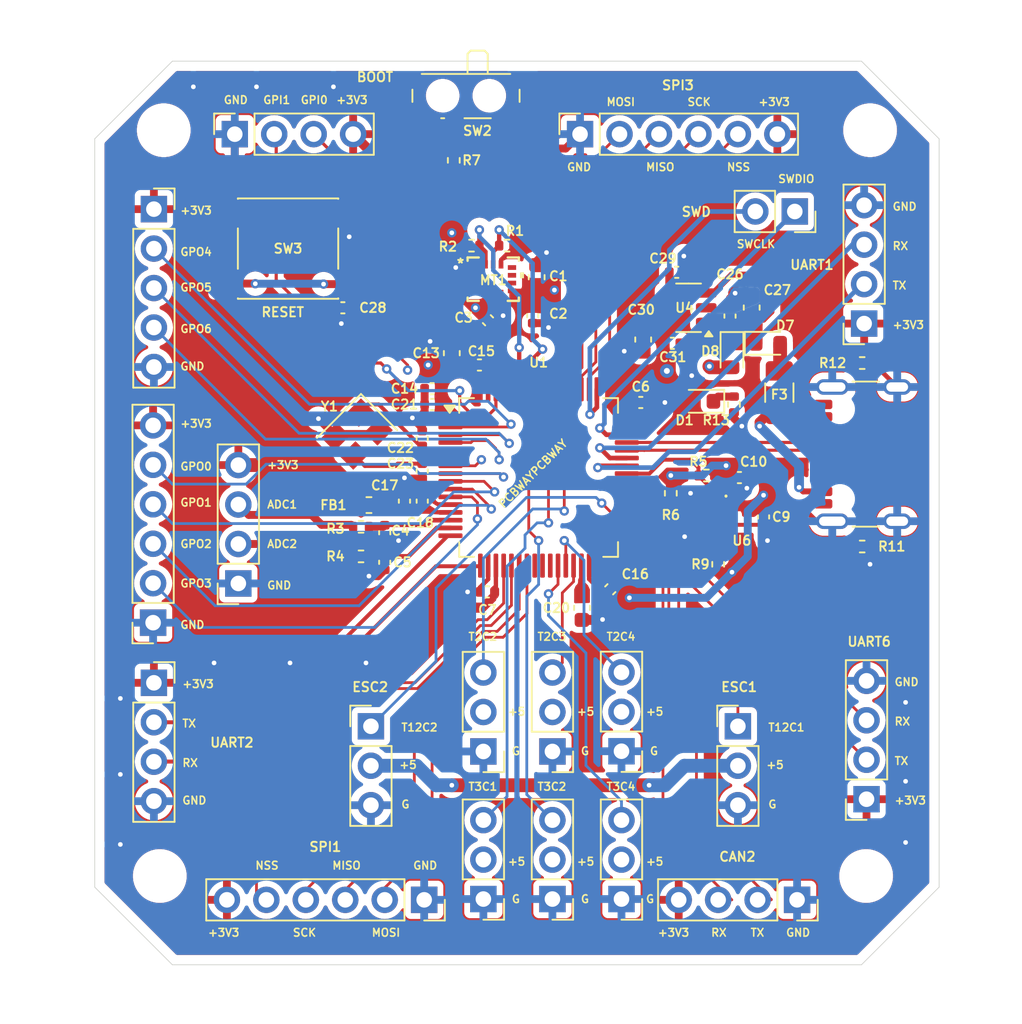
<source format=kicad_pcb>
(kicad_pcb (version 20241229) (generator "pcbnew") (generator_version "9.0")
  (title_block (title "HG FLIGHT CONTROLLER") (date "2024-12-20") (rev "V2") (company "TKELECTRONICS"))
  (layers (0 "F.Cu" signal) (4 "In1.Cu" power) (6 "In2.Cu" power) (2 "B.Cu" signal) (13 "F.Paste" user) (15 "B.Paste" user) (5 "F.SilkS" user "F.Silkscreen") (7 "B.SilkS" user "B.Silkscreen") (1 "F.Mask" user) (3 "B.Mask" user) (25 "Edge.Cuts" user))
  (net 0 "")
  (net 1 "NRST")
  (net 2 "TIM12_CH1")
  (net 3 "TIM12_CH2")
  (net 4 "USB-D+")
  (net 5 "USB-D-")
  (net 6 "Net-(U1-BOOT0)")
  (net 8 "I2C1_SCL")
  (net 9 "I2C1_SDA")
  (net 10 "I2C3_SCL")
  (net 11 "I2C3_SDA")
  (net 12 "/SW_BOOT0")
  (net 15 "Net-(U6-CSB)")
  (net 16 "3V3")
  (net 17 "/POWER SUPPLY/5Vin")
  (net 18 "/POWER SUPPLY/BP")
  (net 19 "Net-(D1-K)")
  (net 20 "Net-(D7-A)")
  (net 21 "VCC (+5)")
  (net 22 "/POWER SUPPLY/CC1usb")
  (net 23 "/POWER SUPPLY/CC2usb")
  (net 33 "/ADC1_OUT")
  (net 34 "/ADC2_OUT")
  (net 35 "/Fbeadout")
  (net 36 "/OSC_IN")
  (net 37 "GND")
  (net 38 "/VCAP")
  (net 39 "/OSC_OUT")
  (net 40 "/POWER SUPPLY/5Vusb")
  (net 41 "/SPI3_MISO")
  (net 42 "/SPI3_MOSI")
  (net 43 "/SPI3_SCK")
  (net 44 "/SPI3_NSS")
  (net 45 "/GPIOOUT_2")
  (net 46 "/GPIOOUT_1")
  (net 47 "/GPIOOUT_0")
  (net 48 "/GPIOOUT_3")
  (net 49 "/USART1_RX")
  (net 50 "/USART1_TX")
  (net 51 "/GPIOIN_1")
  (net 52 "/GPIOIN_0")
  (net 53 "/USART2_RX")
  (net 54 "/USART2_TX")
  (net 55 "/USART6_TX")
  (net 56 "/USART6_RX")
  (net 57 "/TIM2_CH2")
  (net 58 "/TIM2_CH3")
  (net 59 "/GPIOOUT_6")
  (net 60 "/GPIOOUT_5")
  (net 61 "/GPIOOUT_4")
  (net 62 "/SWDIO")
  (net 63 "/SWCLK")
  (net 64 "/TIM3_CH2")
  (net 65 "/TIM3_CH1")
  (net 66 "/TIM3_CH4")
  (net 67 "/TIM2_CH4")
  (net 68 "/SPI1_MOSI")
  (net 69 "/SPI1_MISO")
  (net 70 "/SPI1_SCK")
  (net 71 "/SPI1_NSS")
  (net 72 "/CAN2_TX")
  (net 73 "/CAN2_RX")
  (net 74 "/ADC1_IN0")
  (net 75 "/ADC1_IN1")
  (footprint "Capacitor_SMD:C_0402_1005Metric" (layer "F.Cu") (at 75.78725 60.6425 90)
    (property "Reference" "C5")
    (property "Value" "100n")
  )
  (footprint "Connector_PinSocket_2.54mm:PinSocket_1x04_P2.54mm_Vertical" (layer "F.Cu") (at 106.64825 45.2755 180)
    (property "Reference" "J3" (hide yes))
    (property "Value" "USART_1")
  )
  (footprint "Capacitor_SMD:C_0402_1005Metric" (layer "F.Cu") (at 82.432839 45.063089 -45)
    (property "Reference" "C3")
    (property "Value" "10n")
  )
  (footprint "Resistor_SMD:R_0402_1005Metric" (layer "F.Cu") (at 83.663249 40.259 180)
    (property "Reference" "R1")
    (property "Value" "10K")
  )
  (footprint "Resistor_SMD:R_0402_1005Metric" (layer "F.Cu") (at 74.261251 60.2615)
    (property "Reference" "R4")
    (property "Value" "100")
  )
  (footprint "Button_Switch_SMD:SW_Push_1P1T_NO_6x6mm_H9.5mm" (layer "F.Cu") (at 69.56425 40.4495)
    (property "Reference" "SW3")
    (property "Value" "SW_Push")
  )
  (footprint "Resistor_SMD:R_0402_1005Metric" (layer "F.Cu") (at 97.25025 60.7695 -90)
    (property "Reference" "R9")
    (property "Value" "100K")
  )
  (footprint "Connector_PinHeader_2.54mm:PinHeader_1x03_P2.54mm_Vertical" (layer "F.Cu") (at 91.02725 82.3195 180)
    (property "Reference" "J14" (hide yes))
    (property "Value" "SERVO_6")
  )
  (footprint "Connector_PinSocket_2.54mm:PinSocket_1x05_P2.54mm_Vertical" (layer "F.Cu") (at 60.92825 37.9095)
    (property "Reference" "J10" (hide yes))
    (property "Value" "GPIOOUT_2")
  )
  (footprint "Capacitor_SMD:C_0402_1005Metric" (layer "F.Cu") (at 94.58325 41.9735)
    (property "Reference" "C29")
    (property "Value" "10n")
  )
  (footprint "Connector_PinSocket_2.54mm:PinSocket_1x02_P2.54mm_Vertical" (layer "F.Cu") (at 102.18325 38.0615 -90)
    (property "Reference" "J11" (hide yes))
    (property "Value" "SWD")
  )
  (footprint "Capacitor_SMD:C_0402_1005Metric" (layer "F.Cu") (at 92.26925 50.3555)
    (property "Reference" "C6")
    (property "Value" "100n")
  )
  (footprint "Connector_PinHeader_2.54mm:PinHeader_1x03_P2.54mm_Vertical" (layer "F.Cu") (at 86.58225 82.3195 180)
    (property "Reference" "J12" (hide yes))
    (property "Value" "SERVO_5")
  )
  (footprint "Capacitor_SMD:C_0402_1005Metric" (layer "F.Cu") (at 78.20025 54.7725 -90)
    (property "Reference" "C23")
    (property "Value" "35p")
  )
  (footprint "Connector_PinSocket_2.54mm:PinSocket_1x04_P2.54mm_Vertical" (layer "F.Cu") (at 102.33025 82.3695 -90)
    (property "Reference" "J18" (hide yes))
    (property "Value" "CAN2")
  )
  (footprint "Connector_PinHeader_2.54mm:PinHeader_1x03_P2.54mm_Vertical" (layer "F.Cu") (at 91.02725 72.8045 180)
    (property "Reference" "J15" (hide yes))
    (property "Value" "SERVO_3")
  )
  (footprint "Capacitor_SMD:C_0402_1005Metric" (layer "F.Cu") (at 78.83525 50.4825)
    (property "Reference" "C21")
    (property "Value" "100n")
  )
  (footprint "Capacitor_SMD:C_0603_1608Metric" (layer "F.Cu") (at 80.10525 47.1805 90)
    (property "Reference" "C13")
    (property "Value" "10u")
  )
  (footprint "Resistor_SMD:R_0402_1005Metric" (layer "F.Cu") (at 96.490249 55.0545 180)
    (property "Reference" "R5")
    (property "Value" "4K7")
  )
  (footprint "Resistor_SMD:R_0402_1005Metric" (layer "F.Cu") (at 74.26325 58.3565)
    (property "Reference" "R3")
    (property "Value" "100")
  )
  (footprint "Capacitor_SMD:C_0402_1005Metric" (layer "F.Cu") (at 81.88325 47.9425)
    (property "Reference" "C15")
    (property "Value" "100n")
  )
  (footprint "Diode_SMD:D_0603_1608Metric" (layer "F.Cu") (at 100.45075 46.5455)
    (property "Reference" "D7")
    (property "Value" "B120-E3")
  )
  (footprint "Inductor_SMD:L_0603_1608Metric" (layer "F.Cu") (at 74.77125 56.9595)
    (property "Reference" "FB1")
    (property "Value" "600R FerriteBead")
  )
  (footprint "Crystal:Crystal_SMD_3225-4Pin_3.2x2.5mm" (layer "F.Cu") (at 74.00925 52.3875 -135)
    (property "Reference" "Y1")
    (property "Value" "Crystal_GND24")
  )
  (footprint "Package_TO_SOT_SMD:SOT-23-5" (layer "F.Cu") (at 95.34525 44.2595 180)
    (property "Reference" "U4")
    (property "Value" "3V3")
  )
  (footprint "Connector_PinSocket_2.54mm:PinSocket_1x04_P2.54mm_Vertical" (layer "F.Cu") (at 66.36425 62.0045 180)
    (property "Reference" "J5" (hide yes))
    (property "Value" "ADC")
  )
  (footprint "Resistor_SMD:R_0402_1005Metric" (layer "F.Cu") (at 106.52125 59.6265)
    (property "Reference" "R11")
    (property "Value" "4K7")
  )
  (footprint "Capacitor_SMD:C_0402_1005Metric" (layer "F.Cu") (at 90.306839 62.378911 -135)
    (property "Reference" "C16")
    (property "Value" "100n")
  )
  (footprint "Capacitor_SMD:C_0603_1608Metric" (layer "F.Cu") (at 99.40925 44.2465 90)
    (property "Reference" "C27")
    (property "Value" "2u2")
  )
  (footprint "Capacitor_SMD:C_0402_1005Metric" (layer "F.Cu") (at 85.31225 44.7675 -90)
    (property "Reference" "C2")
    (property "Value" "100n")
  )
  (footprint "Connector_USB:USB_C_Receptacle_GCT_USB4105-xx-A_16P_TopMnt_Horizontal" (layer "F.Cu") (at 107.70025 53.6789 90)
    (property "Reference" "J23" (hide yes))
    (property "Value" "USB_IN")
  )
  (footprint "Capacitor_SMD:C_0402_1005Metric" (layer "F.Cu") (at 100.17125 57.7215 -90)
    (property "Reference" "C9")
    (property "Value" "100n")
  )
  (footprint "Capacitor_SMD:C_0402_1005Metric" (layer "F.Cu") (at 75.78725 58.7375 90)
    (property "Reference" "C4")
    (property "Value" "100n")
  )
  (footprint "Capacitor_SMD:C_0402_1005Metric" (layer "F.Cu") (at 78.20025 52.6695 90)
    (property "Reference" "C22")
    (property "Value" "35p")
  )
  (footprint "Diode_SMD:D_0603_1608Metric" (layer "F.Cu") (at 98.13925 47.3075 -90)
    (property "Reference" "D8")
    (property "Value" "B120-E3")
  )
  (footprint "Capacitor_SMD:C_0402_1005Metric" (layer "F.Cu") (at 78.20025 56.7055 90)
    (property "Reference" "C18")
    (property "Value" "1u")
  )
  (footprint "Littelfuse_poly:BMP390" (layer "F.Cu") (at 97.50425 57.7295)
    (property "Reference" "U6")
    (property "Value" "BMP390" (hide yes))
  )
  (footprint "Resistor_SMD:R_0402_1005Metric" (layer "F.Cu") (at 98.26625 50.484499 -90)
    (property "Reference" "R13")
    (property "Value" "4K7")
  )
  (footprint "Capacitor_SMD:C_0402_1005Metric" (layer "F.Cu") (at 98.01225 44.7955 90)
    (property "Reference" "C26")
    (property "Value" "100n")
  )
  (footprint "Resistor_SMD:R_0402_1005Metric" (layer "F.Cu") (at 106.52125 47.8155)
    (property "Reference" "R12")
    (property "Value" "4K7")
  )
  (footprint "Connector_PinSocket_2.54mm:PinSocket_1x06_P2.54mm_Vertical" (layer "F.Cu") (at 78.32725 82.3695 -90)
    (property "Reference" "J17" (hide yes))
    (property "Value" "SPI1")
  )
  (footprint "Capacitor_SMD:C_0402_1005Metric" (layer "F.Cu") (at 82.39125 62.5475 180)
    (property "Reference" "C7")
    (property "Value" "100n")
  )
  (footprint "Capacitor_SMD:C_0402_1005Metric" (layer "F.Cu") (at 73.09225 44.2595 180)
    (property "Reference" "C28")
    (property "Value" "100n")
  )
  (footprint "MountingHole:MountingHole_2.2mm_M2" (layer "F.Cu") (at 61.30925 80.8355)
    (property "Reference" "H3" (hide yes))
    (property "Value" "MountingHole")
  )
  (footprint "Capacitor_SMD:C_0402_1005Metric" (layer "F.Cu") (at 77.05725 56.7055 90)
    (property "Reference" "C17")
    (property "Value" "100n")
  )
  (footprint "Connector_PinSocket_2.54mm:PinSocket_1x04_P2.54mm_Vertical" (layer "F.Cu") (at 60.92825 68.3995)
    (property "Reference" "J6" (hide yes))
    (property "Value" "USART_2")
  )
  (footprint "Connector_PinSocket_2.54mm:PinSocket_1x04_P2.54mm_Vertical" (layer "F.Cu") (at 66.13525 33.0835 90)
    (property "Reference" "J4" (hide yes))
    (property "Value" "GPIOIN")
  )
  (footprint "Fuse:Fuse_1206_3216Metric" (layer "F.Cu") (at 101.18725 49.7205 -90)
    (property "Reference" "F3")
    (property "Value" "Fuse")
  )
  (footprint "Connector_PinHeader_2.54mm:PinHeader_1x03_P2.54mm_Vertical" (layer "F.Cu") (at 82.13725 72.8195 180)
    (property "Reference" "J8" (hide yes))
    (property "Value" "SERVO_1")
  )
  (footprint "Package_QFP:LQFP-64_10x10mm_P0.5mm" (layer "F.Cu") (at 85.69325 55.1815)
    (property "Reference" "U1")
    (property "Value" "STM32F446RETx")
  )
  (footprint "Resistor_SMD:R_0402_1005Metric" (layer "F.Cu") (at 81.373251 40.259)
    (property "Reference" "R2")
    (property "Value" "10K")
  )
  (footprint "LED_SMD:LED_0603_1608Metric" (layer "F.Cu") (at 96.15805 50.2793 180)
    (property "Reference" "D1")
    (property "Value" "GRN")
  )
  (footprint "Connector_PinSocket_2.54mm:PinSocket_1x06_P2.54mm_Vertical" (layer "F.Cu") (at 60.87825 64.5295 180)
    (property "Reference" "J2" (hide yes))
    (property "Value" "GPIOOUT_1")
  )
  (footprint "Capacitor_SMD:C_0603_1608Metric" (layer "F.Cu") (at 85.56625 42.291 90)
    (property "Reference" "C1")
    (property "Value" "2u2")
  )
  (footprint "Connector_PinHeader_2.54mm:PinHeader_1x03_P2.54mm_Vertical" (layer "F.Cu") (at 86.58225 72.8195 180)
    (property "Reference" "J9" (hide yes))
    (property "Value" "SERVO_2")
  )
  (footprint "MountingHole:MountingHole_2.2mm_M2" (layer "F.Cu") (at 107.02925 32.8295)
    (property "Reference" "H2" (hide yes))
    (property "Value" "MountingHole")
  )
  (footprint "Connector_PinHeader_2.54mm:PinHeader_1x03_P2.54mm_Vertical" (layer "F.Cu") (at 82.13725 82.3195 180)
    (property "Reference" "J13" (hide yes))
    (property "Value" "SERVO_4")
  )
  (footprint "MountingHole:MountingHole_2.2mm_M2" (layer "F.Cu") (at 106.77525 80.8355)
    (property "Reference" "H4" (hide yes))
    (property "Value" "MountingHole")
  )
  (footprint "Resistor_SMD:R_0402_1005Metric" (layer "F.Cu") (at 80.23225 34.767499 -90)
    (property "Reference" "R7")
    (property "Value" "4K7")
  )
  (footprint "Connector_PinHeader_2.54mm:PinHeader_1x03_P2.54mm_Vertical" (layer "F.Cu") (at 74.89825 71.1985)
    (property "Reference" "J22" (hide yes))
    (property "Value" "B2_IN")
  )
  (footprint "Button_Switch_SMD:SW_SPDT_PCM12" (layer "F.Cu") (at 81.01825 30.9375 180)
    (property "Reference" "SW2")
    (property "Value" "SW_SPDT")
  )
  (footprint "Connector_PinSocket_2.54mm:PinSocket_1x04_P2.54mm_Vertical" (layer "F.Cu") (at 106.80025 75.8925 180)
    (property "Reference" "J7" (hide yes))
    (property "Value" "USART_6")
  )
  (footprint "Connector_PinHeader_2.54mm:PinHeader_1x03_P2.54mm_Vertical" (layer "F.Cu") (at 98.52025 71.1985)
    (property "Reference" "J21" (hide yes))
    (property "Value" "B1_IN")
  )
  (footprint "Capacitor_SMD:C_0603_1608Metric" (layer "F.Cu") (at 88.48725 63.5765 -90)
    (property "Reference" "C20")
    (property "Value" "4u7")
  )
  (footprint "Resistor_SMD:R_0402_1005Metric" (layer "F.Cu") (at 94.20225 56.1975 90)
    (property "Reference" "R6")
    (property "Value" "4K7")
  )
  (footprint "Capacitor_SMD:C_0402_1005Metric" (layer "F.Cu") (at 94.30385 46.5455)
    (property "Reference" "C31")
    (property "Value" "100n")
  )
  (footprint "MountingHole:MountingHole_2.2mm_M2" (layer "F.Cu") (at 61.56325 32.8295)
    (property "Reference" "H1" (hide yes))
    (property "Value" "MountingHole")
  )
  (footprint "Littelfuse_poly:LGA14_2.5X3X0.76_IVS" (layer "F.Cu") (at 82.77225 42.418)
    (property "Reference" "MT1")
    (property "Value" "ICM-42670-P")
  )
  (footprint "Connector_PinSocket_2.54mm:PinSocket_1x06_P2.54mm_Vertical" (layer "F.Cu") (at 88.36025 33.0835 90)
    (property "Reference" "J1" (hide yes))
    (property "Value" "SPI3")
  )
  (footprint "Capacitor_SMD:C_0603_1608Metric" (layer "F.Cu") (at 92.42425 46.3045 -90)
    (property "Reference" "C30")
    (property "Value" "2u2")
  )
  (footprint "Capacitor_SMD:C_0402_1005Metric" (layer "F.Cu") (at 78.83525 49.4665 180)
    (property "Reference" "C14")
    (property "Value" "100n")
  )
  (footprint "Capacitor_SMD:C_0402_1005Metric" (layer "F.Cu") (at 98.61925 55.1895)
    (property "Reference" "C10")
    (property "Value" "100n")
  )
  (gr_line (start 57.11825 33.3845) (end 57.11825 81.5505) (stroke (width 0.05)) (layer "Edge.Cuts"))
  (gr_line (start 62.11825 28.3845) (end 106.47425 28.3845) (stroke (width 0.05)) (layer "Edge.Cuts"))
  (gr_line (start 106.47425 28.3845) (end 111.47425 33.3845) (stroke (width 0.05)) (layer "Edge.Cuts"))
  (gr_line (start 62.11825 86.5505) (end 106.47425 86.5505) (stroke (width 0.05)) (layer "Edge.Cuts"))
  (gr_line (start 111.47425 81.5505) (end 106.47425 86.5505) (stroke (width 0.05)) (layer "Edge.Cuts"))
  (gr_line (start 62.11825 28.3845) (end 57.11825 33.3845) (stroke (width 0.05)) (layer "Edge.Cuts"))
  (gr_line (start 111.47425 33.3845) (end 111.47425 81.5505) (stroke (width 0.05)) (layer "Edge.Cuts"))
  (gr_line (start 57.11825 81.5505) (end 62.11825 86.5505) (stroke (width 0.05)) (layer "Edge.Cuts"))
  (gr_text "T12C2" (at 76.80325 71.5645 0) (layer "F.SilkS") (effects (font (size 0.5 0.5) (thickness 0.1) (bold yes)) (justify left bottom)))
  (gr_text "GND" (at 87.47125 35.4965 0) (layer "F.SilkS") (effects (font (size 0.5 0.5) (thickness 0.1) (bold yes)) (justify left bottom)))
  (gr_text "SPI1" (at 70.867964 79.3115 0) (layer "F.SilkS") (effects (font (size 0.6 0.6) (thickness 0.12) (bold yes)) (justify left bottom)))
  (gr_text "G" (at 100.42525 76.5175 0) (layer "F.SilkS") (effects (font (size 0.5 0.5) (thickness 0.1) (bold yes)) (justify left bottom)))
  (gr_text "GPO4" (at 62.57925 40.9575 0) (layer "F.SilkS") (effects (font (size 0.5 0.5) (thickness 0.1) (bold yes)) (justify left bottom)))
  (gr_text "GND" (at 101.56825 84.7725 0) (layer "F.SilkS") (effects (font (size 0.5 0.5) (thickness 0.1) (bold yes)) (justify left bottom)))
  (gr_text "GND" (at 77.56525 80.4545 0) (layer "F.SilkS") (effects (font (size 0.5 0.5) (thickness 0.1) (bold yes)) (justify left bottom)))
  (gr_text "TX" (at 108.55325 73.7235 0) (layer "F.SilkS") (effects (font (size 0.5 0.5) (thickness 0.1) (bold yes)) (justify left bottom)))
  (gr_text "+3V3" (at 93.31325 84.7725 0) (layer "F.SilkS") (effects (font (size 0.5 0.5) (thickness 0.1) (bold yes)) (justify left bottom)))
  (gr_text "NSS" (at 97.75825 35.4965 0) (layer "F.SilkS") (effects (font (size 0.5 0.5) (thickness 0.1) (bold yes)) (justify left bottom)))
  (gr_text "RX" (at 108.55325 71.1835 0) (layer "F.SilkS") (effects (font (size 0.5 0.5) (thickness 0.1) (bold yes)) (justify left bottom)))
  (gr_text "G" (at 76.80325 76.5175 0) (layer "F.SilkS") (effects (font (size 0.5 0.5) (thickness 0.1) (bold yes)) (justify left bottom)))
  (gr_text "GND" (at 68.16725 62.4205 0) (layer "F.SilkS") (effects (font (size 0.5 0.5) (thickness 0.1) (bold yes)) (justify left bottom)))
  (gr_text "T3C4" (at 90.010584 75.3745 0) (layer "F.SilkS") (effects (font (size 0.5 0.5) (thickness 0.1) (bold yes)) (justify left bottom)))
  (gr_text "MOSI" (at 74.89825 84.7725 0) (layer "F.SilkS") (effects (font (size 0.5 0.5) (thickness 0.1) (bold yes)) (justify left bottom)))
  (gr_text "GPI1" (at 67.91325 31.1785 0) (layer "F.SilkS") (effects (font (size 0.5 0.5) (thickness 0.1) (bold yes)) (justify left bottom)))
  (gr_text "+5" (at 83.66125 80.2005 0) (layer "F.SilkS") (effects (font (size 0.5 0.5) (thickness 0.1) (bold yes)) (justify left bottom)))
  (gr_text "+3V3" (at 62.70625 68.7705 0) (layer "F.SilkS") (effects (font (size 0.5 0.5) (thickness 0.1) (bold yes)) (justify left bottom)))
  (gr_text "GND" (at 108.42625 38.0365 0) (layer "F.SilkS") (effects (font (size 0.5 0.5) (thickness 0.1) (bold yes)) (justify left bottom)))
  (gr_text "SWCLK" (at 98.39325 40.4495 0) (layer "F.SilkS") (effects (font (size 0.5 0.5) (thickness 0.1) (bold yes)) (justify left bottom)))
  (gr_text "ADC1" (at 68.16725 57.2135 0) (layer "F.SilkS") (effects (font (size 0.5 0.5) (thickness 0.1) (bold yes)) (justify left bottom)))
  (gr_text "RX" (at 62.70625 73.8505 0) (layer "F.SilkS") (effects (font (size 0.5 0.5) (thickness 0.1) (bold yes)) (justify left bottom)))
  (gr_text "GPO3" (at 62.57925 62.2935 0) (layer "F.SilkS") (effects (font (size 0.5 0.5) (thickness 0.1) (bold yes)) (justify left bottom)))
  (gr_text "SCK" (at 69.81825 84.7725 0) (layer "F.SilkS") (effects (font (size 0.5 0.5) (thickness 0.1) (bold yes)) (justify left bottom)))
  (gr_text "GND" (at 108.55325 68.6435 0) (layer "F.SilkS") (effects (font (size 0.5 0.5) (thickness 0.1) (bold yes)) (justify left bottom)))
  (gr_text "GND" (at 62.57925 64.9605 0) (layer "F.SilkS") (effects (font (size 0.5 0.5) (thickness 0.1) (bold yes)) (justify left bottom)))
  (gr_text "T2C2" (at 81.120584 65.7225 0) (layer "F.SilkS") (effects (font (size 0.5 0.5) (thickness 0.1) (bold yes)) (justify left bottom)))
  (gr_text "SWD" (at 94.83725 38.4349 0) (layer "F.SilkS") (effects (font (size 0.6 0.6) (thickness 0.12) (bold yes)) (justify left bottom)))
  (gr_text "+5" (at 92.55125 80.2005 0) (layer "F.SilkS") (effects (font (size 0.5 0.5) (thickness 0.1) (bold yes)) (justify left bottom)))
  (gr_text "RX" (at 108.42625 40.5765 0) (layer "F.SilkS") (effects (font (size 0.5 0.5) (thickness 0.1) (bold yes)) (justify left bottom)))
  (gr_text "G" (at 88.36025 73.0885 0) (layer "F.SilkS") (effects (font (size 0.5 0.5) (thickness 0.1) (bold yes)) (justify left bottom)))
  (gr_text "UART2" (at 64.48425 72.5979 0) (layer "F.SilkS") (effects (font (size 0.6 0.6) (thickness 0.12) (bold yes)) (justify left bottom)))
  (gr_text "MOSI" (at 90.01125 31.3055 0) (layer "F.SilkS") (effects (font (size 0.5 0.5) (thickness 0.1) (bold yes)) (justify left bottom)))
  (gr_text "ESC1" (at 97.37725 69.0245 0) (layer "F.SilkS") (effects (font (size 0.6 0.6) (thickness 0.12) (bold yes)) (justify left bottom)))
  (gr_text "RX" (at 96.74225 84.7725 0) (layer "F.SilkS") (effects (font (size 0.5 0.5) (thickness 0.1) (bold yes)) (justify left bottom)))
  (gr_text "TX" (at 62.70625 71.3105 0) (layer "F.SilkS") (effects (font (size 0.5 0.5) (thickness 0.1) (bold yes)) (justify left bottom)))
  (gr_text "G" (at 83.91525 73.0885 0) (layer "F.SilkS") (effects (font (size 0.5 0.5) (thickness 0.1) (bold yes)) (justify left bottom)))
  (gr_text "+5" (at 92.55125 70.5485 0) (layer "F.SilkS") (effects (font (size 0.5 0.5) (thickness 0.1) (bold yes)) (justify left bottom)))
  (gr_text "+3V3" (at 64.35725 84.7725 0) (layer "F.SilkS") (effects (font (size 0.5 0.5) (thickness 0.1) (bold yes)) (justify left bottom)))
  (gr_text "GND" (at 62.70625 76.2635 0) (layer "F.SilkS") (effects (font (size 0.5 0.5) (thickness 0.1) (bold yes)) (justify left bottom)))
  (gr_text "MISO" (at 92.55125 35.4965 0) (layer "F.SilkS") (effects (font (size 0.5 0.5) (thickness 0.1) (bold yes)) (justify left bottom)))
  (gr_text "SPI3" (at 93.56725 30.2895 0) (layer "F.SilkS") (effects (font (size 0.6 0.6) (thickness 0.12) (bold yes)) (justify left bottom)))
  (gr_text "+3V3" (at 108.55325 76.2635 0) (layer "F.SilkS") (effects (font (size 0.5 0.5) (thickness 0.1) (bold yes)) (justify left bottom)))
  (gr_text "+3V3" (at 108.42625 45.6565 0) (layer "F.SilkS") (effects (font (size 0.5 0.5) (thickness 0.1) (bold yes)) (justify left bottom)))
  (gr_text "UART1" (at 101.82225 41.8465 0) (layer "F.SilkS") (effects (font (size 0.6 0.6) (thickness 0.12) (bold yes)) (justify left bottom)))
  (gr_text "+3V3" (at 62.57925 52.0065 0) (layer "F.SilkS") (effects (font (size 0.5 0.5) (thickness 0.1) (bold yes)) (justify left bottom)))
  (gr_text "BOOT" (at 73.92325 29.7575 0) (layer "F.SilkS") (effects (font (size 0.6 0.6) (thickness 0.12) (bold yes)) (justify left bottom)))
  (gr_text "SWDIO" (at 101.06025 36.2585 0) (layer "F.SilkS") (effects (font (size 0.5 0.5) (thickness 0.1) (bold yes)) (justify left bottom)))
  (gr_text "GPO2" (at 62.57925 59.7535 0) (layer "F.SilkS") (effects (font (size 0.5 0.5) (thickness 0.1) (bold yes)) (justify left bottom)))
  (gr_text "GPO1" (at 62.57925 57.0865 0) (layer "F.SilkS") (effects (font (size 0.5 0.5) (thickness 0.1) (bold yes)) (justify left bottom)))
  (gr_text "+5" (at 100.29825 73.9775 0) (layer "F.SilkS") (effects (font (size 0.5 0.5) (thickness 0.1) (bold yes)) (justify left bottom)))
  (gr_text "GPO6" (at 62.57925 45.9105 0) (layer "F.SilkS") (effects (font (size 0.5 0.5) (thickness 0.1) (bold yes)) (justify left bottom)))
  (gr_text "NSS" (at 67.40525 80.4545 0) (layer "F.SilkS") (effects (font (size 0.5 0.5) (thickness 0.1) (bold yes)) (justify left bottom)))
  (gr_text "TX" (at 108.42625 43.1165 0) (layer "F.SilkS") (effects (font (size 0.5 0.5) (thickness 0.1) (bold yes)) (justify left bottom)))
  (gr_text "UART6" (at 105.50525 66.1035 0) (layer "F.SilkS") (effects (font (size 0.6 0.6) (thickness 0.12) (bold yes)) (justify left bottom)))
  (gr_text "ESC2" (at 73.62825 69.0245 0) (layer "F.SilkS") (effects (font (size 0.6 0.6) (thickness 0.12) (bold yes)) (justify left bottom)))
  (gr_text "T12C1" (at 100.42525 71.5645 0) (layer "F.SilkS") (effects (font (size 0.5 0.5) (thickness 0.1) (bold yes)) (justify left bottom)))
  (gr_text "+3V3" (at 99.79025 31.3055 0) (layer "F.SilkS") (effects (font (size 0.5 0.5) (thickness 0.1) (bold yes)) (justify left bottom)))
  (gr_text "+3V3" (at 68.16725 54.6735 0) (layer "F.SilkS") (effects (font (size 0.5 0.5) (thickness 0.1) (bold yes)) (justify left bottom)))
  (gr_text "G" (at 88.36025 82.6135 0) (layer "F.SilkS") (effects (font (size 0.5 0.5) (thickness 0.1) (bold yes)) (justify left bottom)))
  (gr_text "ADC2" (at 68.16725 59.7535 0) (layer "F.SilkS") (effects (font (size 0.5 0.5) (thickness 0.1) (bold yes)) (justify left bottom)))
  (gr_text "G" (at 92.80525 73.0885 0) (layer "F.SilkS") (effects (font (size 0.5 0.5) (thickness 0.1) (bold yes)) (justify left bottom)))
  (gr_text "+5" (at 76.67625 73.9775 0) (layer "F.SilkS") (effects (font (size 0.5 0.5) (thickness 0.1) (bold yes)) (justify left bottom)))
  (gr_text "CAN2" (at 97.253107 79.9465 0) (layer "F.SilkS") (effects (font (size 0.6 0.6) (thickness 0.12) (bold yes)) (justify left bottom)))
  (gr_text "SCK" (at 95.21825 31.3055 0) (layer "F.SilkS") (effects (font (size 0.5 0.5) (thickness 0.1) (bold yes)) (justify left bottom)))
  (gr_text "T3C2" (at 85.565584 75.3745 0) (layer "F.SilkS") (effects (font (size 0.5 0.5) (thickness 0.1) (bold yes)) (justify left bottom)))
  (gr_text "+5" (at 88.10625 80.2005 0) (layer "F.SilkS") (effects (font (size 0.5 0.5) (thickness 0.1) (bold yes)) (justify left bottom)))
  (gr_text "GPO5" (at 62.57925 43.2435 0) (layer "F.SilkS") (effects (font (size 0.5 0.5) (thickness 0.1) (bold yes)) (justify left bottom)))
  (gr_text "T2C4" (at 90.010584 65.7225 0) (layer "F.SilkS") (effects (font (size 0.5 0.5) (thickness 0.1) (bold yes)) (justify left bottom)))
  (gr_text "+3V3" (at 62.57925 38.2905 0) (layer "F.SilkS") (effects (font (size 0.5 0.5) (thickness 0.1) (bold yes)) (justify left bottom)))
  (gr_text "GND" (at 65.37325 31.1785 0) (layer "F.SilkS") (effects (font (size 0.5 0.5) (thickness 0.1) (bold yes)) (justify left bottom)))
  (gr_text "T3C1" (at 81.120584 75.3745 0) (layer "F.SilkS") (effects (font (size 0.5 0.5) (thickness 0.1) (bold yes)) (justify left bottom)))
  (gr_text "G" (at 92.55125 82.6135 0) (layer "F.SilkS") (effects (font (size 0.5 0.5) (thickness 0.1) (bold yes)) (justify left bottom)))
  (gr_text "PCBWAYPCBWAY" (at 83.42325 57.2575 45) (layer "F.SilkS") (effects (font (size 0.5 0.5) (thickness 0.1) (bold yes)) (justify left bottom)))
  (gr_text "RESET" (at 67.78625 44.8945 0) (layer "F.SilkS") (effects (font (size 0.6 0.6) (thickness 0.12) (bold yes)) (justify left bottom)))
  (gr_text "GPO0" (at 62.57925 54.766781 0) (layer "F.SilkS") (effects (font (size 0.5 0.5) (thickness 0.1) (bold yes)) (justify left bottom)))
  (gr_text "+3V3" (at 72.61225 31.1785 0) (layer "F.SilkS") (effects (font (size 0.5 0.5) (thickness 0.1) (bold yes)) (justify left bottom)))
  (gr_text "GND" (at 62.57925 48.3235 0) (layer "F.SilkS") (effects (font (size 0.5 0.5) (thickness 0.1) (bold yes)) (justify left bottom)))
  (gr_text "GPI0" (at 70.32625 31.1785 0) (layer "F.SilkS") (effects (font (size 0.5 0.5) (thickness 0.1) (bold yes)) (justify left bottom)))
  (gr_text "TX" (at 99.28225 84.7725 0) (layer "F.SilkS") (effects (font (size 0.5 0.5) (thickness 0.1) (bold yes)) (justify left bottom)))
  (gr_text "+5" (at 83.66125 70.5485 0) (layer "F.SilkS") (effects (font (size 0.5 0.5) (thickness 0.1) (bold yes)) (justify left bottom)))
  (gr_text "MISO" (at 72.35825 80.4545 0) (layer "F.SilkS") (effects (font (size 0.5 0.5) (thickness 0.1) (bold yes)) (justify left bottom)))
  (gr_text "+5" (at 88.10625 70.5485 0) (layer "F.SilkS") (effects (font (size 0.5 0.5) (thickness 0.1) (bold yes)) (justify left bottom)))
  (gr_text "T2C3" (at 85.565584 65.7225 0) (layer "F.SilkS") (effects (font (size 0.5 0.5) (thickness 0.1) (bold yes)) (justify left bottom)))
  (gr_text "G" (at 83.91525 82.6135 0) (layer "F.SilkS") (effects (font (size 0.5 0.5) (thickness 0.1) (bold yes)) (justify left bottom)))
  (segment (start 77.26045 47.9477) (end 77.26045 48.2727) (width 0.1778) (layer "F.Cu") (net 1))
  (segment (start 73.53925 44.2265) (end 73.57225 44.2595) (width 0.508) (layer "F.Cu") (net 1))
  (segment (start 81.61725 54.4315) (end 80.01825 54.4315) (width 0.1778) (layer "F.Cu") (net 1))
  (segment (start 82.01025 54.0385) (end 81.61725 54.4315) (width 0.1778) (layer "F.Cu") (net 1))
  (segment (start 67.44545 42.6995) (end 67.45605 42.7101) (width 0.508) (layer "F.Cu") (net 1))
  (segment (start 65.58925 42.6995) (end 67.44545 42.6995) (width 0.508) (layer "F.Cu") (net 1))
  (segment (start 73.57225 44.2595) (end 77.26045 47.9477) (width 0.1778) (layer "F.Cu") (net 1))
  (segment (start 73.53925 42.6995) (end 73.53925 44.2265) (width 0.508) (layer "F.Cu") (net 1))
  (segment (start 71.85025 42.7355) (end 73.50325 42.7355) (width 0.508) (layer "F.Cu") (net 1))
  (via (at 71.85025 42.7355) (size 0.6) (drill 0.3) (layers "F.Cu" "B.Cu") (net 1))
  (via (at 67.45605 42.7101) (size 0.6) (drill 0.3) (layers "F.Cu" "B.Cu") (net 1))
  (via (at 77.26045 48.2727) (size 0.6) (drill 0.3) (layers "F.Cu" "B.Cu") (net 1))
  (via (at 82.01025 54.0385) (size 0.6) (drill 0.3) (layers "F.Cu" "B.Cu") (net 1))
  (segment (start 71.82485 42.7101) (end 71.85025 42.7355) (width 0.508) (layer "B.Cu") (net 1))
  (segment (start 67.45605 42.7101) (end 71.82485 42.7101) (width 0.508) (layer "B.Cu") (net 1))
  (segment (start 93.44345 58.4867) (end 92.88825 57.9315) (width 0.1778) (layer "F.Cu") (net 2))
  (segment (start 94.71025 61.17679) (end 93.44345 59.90999) (width 0.1778) (layer "F.Cu") (net 2))
  (segment (start 94.71025 63.8175) (end 94.71025 61.17679) (width 0.1778) (layer "F.Cu") (net 2))
  (segment (start 98.52025 67.6275) (end 94.71025 63.8175) (width 0.1778) (layer "F.Cu") (net 2))
  (segment (start 98.52025 71.1985) (end 98.52025 67.6275) (width 0.1778) (layer "F.Cu") (net 2))
  (segment (start 93.44345 59.90999) (end 93.44345 58.4867) (width 0.1778) (layer "F.Cu") (net 2))
  (segment (start 92.88825 57.9315) (end 91.36825 57.9315) (width 0.1778) (layer "F.Cu") (net 2))
  (segment (start 90.35625 57.4315) (end 91.36825 57.4315) (width 0.1778) (layer "F.Cu") (net 3))
  (segment (start 89.75725 56.8325) (end 90.35625 57.4315) (width 0.1778) (layer "F.Cu") (net 3))
  (via (at 89.75725 56.8325) (size 0.6) (drill 0.3) (layers "F.Cu" "B.Cu") (net 3))
  (segment (start 89.39135 56.4666) (end 89.75725 56.8325) (width 0.1778) (layer "B.Cu") (net 3))
  (segment (start 74.89825 71.1985) (end 79.08925 67.0075) (width 0.1778) (layer "B.Cu") (net 3))
  (segment (start 84.91615 56.4666) (end 89.39135 56.4666) (width 0.1778) (layer "B.Cu") (net 3))
  (segment (start 79.08925 67.0075) (end 79.08925 62.2935) (width 0.1778) (layer "B.Cu") (net 3))
  (segment (start 79.08925 62.2935) (end 84.91615 56.4666) (width 0.1778) (layer "B.Cu") (net 3))
  (segment (start 103.72725 52.9289) (end 103.00425 52.9289) (width 0.2032) (layer "F.Cu") (net 4))
  (segment (start 103.00425 52.9289) (end 91.37085 52.9289) (width 0.2) (layer "F.Cu") (net 4))
  (segment (start 92.497065 53.4289) (end 92.494465 53.4315) (width 0.2) (layer "F.Cu") (net 5))
  (segment (start 92.494465 53.4315) (end 91.36825 53.4315) (width 0.2) (layer "F.Cu") (net 5))
  (segment (start 104.02025 53.4289) (end 92.497065 53.4289) (width 0.2) (layer "F.Cu") (net 5))
  (segment (start 82.89685 46.5431) (end 82.659008 46.5431) (width 0.2032) (layer "F.Cu") (net 6))
  (segment (start 78.20025 42.084342) (end 78.20025 39.4335) (width 0.2032) (layer "F.Cu") (net 6))
  (segment (start 83.94325 49.5065) (end 83.94325 47.5895) (width 0.2032) (layer "F.Cu") (net 6))
  (segment (start 80.23225 37.4015) (end 80.23225 35.277498) (width 0.2032) (layer "F.Cu") (net 6))
  (segment (start 83.94325 47.5895) (end 82.89685 46.5431) (width 0.2032) (layer "F.Cu") (net 6))
  (segment (start 82.659008 46.5431) (end 78.20025 42.084342) (width 0.2032) (layer "F.Cu") (net 6))
  (segment (start 78.20025 39.4335) (end 80.23225 37.4015) (width 0.2032) (layer "F.Cu") (net 6))
  (segment (start 84.94325 47.9305) (end 84.94325 49.5065) (width 0.2794) (layer "F.Cu") (net 8))
  (segment (start 85.94725 46.9265) (end 84.94325 47.9305) (width 0.2794) (layer "F.Cu") (net 8))
  (segment (start 83.15325 40.259) (end 83.15325 39.243) (width 0.2794) (layer "F.Cu") (net 8))
  (segment (start 82.77225 40.64) (end 83.15325 40.259) (width 0.2794) (layer "F.Cu") (net 8))
  (segment (start 82.77225 41.4655) (end 82.77225 40.64) (width 0.2794) (layer "F.Cu") (net 8))
  (via (at 85.94725 46.9265) (size 0.6) (drill 0.3) (layers "F.Cu" "B.Cu") (net 8))
  (via (at 83.15325 39.243) (size 0.6) (drill 0.3) (layers "F.Cu" "B.Cu") (net 8))
  (segment (start 85.31225 41.402) (end 83.15325 39.243) (width 0.2794) (layer "B.Cu") (net 8))
  (segment (start 85.31225 46.2915) (end 85.31225 41.402) (width 0.2794) (layer "B.Cu") (net 8))
  (segment (start 85.94725 46.9265) (end 85.31225 46.2915) (width 0.2794) (layer "B.Cu") (net 8))
  (segment (start 82.272251 41.4655) (end 82.272251 40.648001) (width 0.2794) (layer "F.Cu") (net 9))
  (segment (start 81.88325 40.259) (end 81.88325 39.243) (width 0.2794) (layer "F.Cu") (net 9))
  (segment (start 82.272251 40.648001) (end 81.88325 40.259) (width 0.2794) (layer "F.Cu") (net 9))
  (segment (start 84.44325 46.8195) (end 84.44325 49.5065) (width 0.2794) (layer "F.Cu") (net 9))
  (via (at 81.88325 39.243) (size 0.6) (drill 0.3) (layers "F.Cu" "B.Cu") (net 9))
  (via (at 84.44325 46.8195) (size 0.6) (drill 0.3) (layers "F.Cu" "B.Cu") (net 9))
  (segment (start 81.88325 39.6875) (end 81.88325 39.243) (width 0.2794) (layer "B.Cu") (net 9))
  (segment (start 82.77225 41.8465) (end 82.77225 40.5765) (width 0.2794) (layer "B.Cu") (net 9))
  (segment (start 84.44325 46.8195) (end 84.44325 43.5175) (width 0.2794) (layer "B.Cu") (net 9))
  (segment (start 84.44325 43.5175) (end 82.77225 41.8465) (width 0.2794) (layer "B.Cu") (net 9))
  (segment (start 82.77225 40.5765) (end 81.88325 39.6875) (width 0.2794) (layer "B.Cu") (net 9))
  (segment (start 95.47225 54.0385) (end 93.718046 54.0385) (width 0.254) (layer "F.Cu") (net 10))
  (segment (start 97.25425 56.3285) (end 95.98025 55.0545) (width 0.254) (layer "F.Cu") (net 10))
  (segment (start 95.47225 54.0385) (end 95.98025 54.5465) (width 0.254) (layer "F.Cu") (net 10))
  (segment (start 92.825046 54.9315) (end 91.36825 54.9315) (width 0.254) (layer "F.Cu") (net 10))
  (segment (start 95.98025 54.5465) (end 95.98025 55.0545) (width 0.254) (layer "F.Cu") (net 10))
  (segment (start 93.718046 54.0385) (end 92.825046 54.9315) (width 0.254) (layer "F.Cu") (net 10))
  (segment (start 97.25425 56.9665) (end 97.25425 56.3285) (width 0.254) (layer "F.Cu") (net 10))
  (segment (start 94.71025 57.2135) (end 92.92825 55.4315) (width 0.254) (layer "F.Cu") (net 11))
  (segment (start 92.92825 55.4315) (end 91.36825 55.4315) (width 0.254) (layer "F.Cu") (net 11))
  (segment (start 95.224251 57.7295) (end 94.71025 57.215499) (width 0.254) (layer "F.Cu") (net 11))
  (segment (start 96.74225 57.7295) (end 95.224251 57.7295) (width 0.254) (layer "F.Cu") (net 11))
  (segment (start 94.71025 57.215499) (end 94.71025 57.2135) (width 0.254) (layer "F.Cu") (net 11))
  (segment (start 80.23225 34.2575) (end 80.23225 32.652499) (width 0.508) (layer "F.Cu") (net 12))
  (segment (start 97.25425 58.4925) (end 97.25425 60.255501) (width 0.254) (layer "F.Cu") (net 15))
  (segment (start 69.43725 55.4355) (end 68.38625 54.3845) (width 0.889) (layer "F.Cu") (net 16))
  (segment (start 82.093428 44.723678) (end 81.62925 44.2595) (width 0.635) (layer "F.Cu") (net 16))
  (segment (start 98.13925 55.1895) (end 98.13925 54.8005) (width 0.508) (layer "F.Cu") (net 16))
  (segment (start 85.31225 44.2875) (end 86.04625 44.2875) (width 0.508) (layer "F.Cu") (net 16))
  (segment (start 72.536 56.9595) (end 71.012 55.4355) (width 0.889) (layer "F.Cu") (net 16))
  (segment (start 93.94825 48.3235) (end 93.82385 48.1991) (width 0.508) (layer "F.Cu") (net 16))
  (segment (start 86.65875 43.066) (end 86.70925 43.1165) (width 0.508) (layer "F.Cu") (net 16))
  (segment (start 93.82385 45.593399) (end 94.20775 45.209499) (width 0.508) (layer "F.Cu") (net 16))
  (segment (start 93.82385 48.1991) (end 93.82385 46.5455) (width 0.508) (layer "F.Cu") (net 16))
  (segment (start 93.05925 45.5295) (end 92.42425 45.5295) (width 0.635) (layer "F.Cu") (net 16))
  (segment (start 86.04625 44.2875) (end 86.70925 43.6245) (width 0.508) (layer "F.Cu") (net 16))
  (segment (start 81.40325 48.9665) (end 81.94325 49.5065) (width 0.29718) (layer "F.Cu") (net 16))
  (segment (start 82.94325 62.4755) (end 82.94325 60.8565) (width 0.2794) (layer "F.Cu") (net 16))
  (segment (start 98.01225 56.7085) (end 98.01225 55.3165) (width 0.254) (layer "F.Cu") (net 16))
  (segment (start 78.76825 33.4125) (end 77.92325 34.2575) (width 0.635) (layer "F.Cu") (net 16))
  (segment (start 80.863252 40.191502) (end 80.10525 39.4335) (width 0.508) (layer "F.Cu") (net 16))
  (segment (start 90.623425 62.016675) (end 90.041925 62.016675) (width 0.2794) (layer "F.Cu") (net 16))
  (segment (start 97.75825 54.4195) (end 99.483174 54.4195) (width 0.508) (layer "F.Cu") (net 16))
  (segment (start 98.137251 61.279499) (end 98.13925 61.2775) (width 0.508) (layer "F.Cu") (net 16))
  (segment (start 93.379251 45.209499) (end 93.05925 45.5295) (width 0.635) (layer "F.Cu") (net 16))
  (segment (start 98.13925 54.8005) (end 97.75825 54.4195) (width 0.508) (layer "F.Cu") (net 16))
  (segment (start 78.76825 32.3675) (end 78.76825 33.4125) (width 0.635) (layer "F.Cu") (net 16))
  (segment (start 71.012 55.4355) (end 69.43725 55.4355) (width 0.889) (layer "F.Cu") (net 16))
  (segment (start 90.041925 62.016675) (end 89.44325 61.418) (width 0.2794) (layer "F.Cu") (net 16))
  (segment (start 97.75425 56.9665) (end 98.01225 56.7085) (width 0.254) (layer "F.Cu") (net 16))
  (segment (start 90.64625 62.0395) (end 91.53525 62.9285) (width 0.508) (layer "F.Cu") (net 16))
  (segment (start 93.82385 46.5455) (end 93.82385 45.593399) (width 0.508) (layer "F.Cu") (net 16))
  (segment (start 81.40325 47.9425) (end 81.40325 48.9665) (width 0.29718) (layer "F.Cu") (net 16))
  (segment (start 86.70925 43.6245) (end 86.70925 43.1165) (width 0.508) (layer "F.Cu") (net 16))
  (segment (start 94.20225 55.687501) (end 94.20225 55.0545) (width 0.3048) (layer "F.Cu") (net 16))
  (segment (start 73.98375 56.9595) (end 72.536 56.9595) (width 0.889) (layer "F.Cu") (net 16))
  (segment (start 100.17125 55.107576) (end 100.17125 56.3245) (width 0.508) (layer "F.Cu") (net 16))
  (segment (start 97.25025 61.279499) (end 98.137251 61.279499) (width 0.508) (layer "F.Cu") (net 16))
  (segment (start 83.272249 41.159999) (end 84.173248 40.259) (width 0.254) (layer "F.Cu") (net 16))
  (segment (start 82.26425 44.552856) (end 82.26425 43.378501) (width 0.254) (layer "F.Cu") (net 16))
  (segment (start 78.58125 47.9425) (end 79.31525 48.6765) (width 0.508) (layer "F.Cu") (net 16))
  (segment (start 100.17125 57.2415) (end 100.17125 56.3245) (width 0.508) (layer "F.Cu") (net 16))
  (segment (start 83.97875 43.168001) (end 85.464249 43.168001) (width 0.2794) (layer "F.Cu") (net 16))
  (segment (start 81.12125 63.632503) (end 81.980171 63.632503) (width 0.508) (layer "F.Cu") (net 16))
  (segment (start 77.92325 34.2575) (end 74.92925 34.2575) (width 0.635) (layer "F.Cu") (net 16))
  (segment (start 81.980171 63.632503) (end 82.87125 62.741424) (width 0.508) (layer "F.Cu") (net 16))
  (segment (start 99.483174 54.4195) (end 100.17125 55.107576) (width 0.508) (layer "F.Cu") (net 16))
  (segment (start 82.093428 44.723678) (end 82.26425 44.552856) (width 0.254) (layer "F.Cu") (net 16))
  (segment (start 98.26625 57.2295) (end 100.15925 57.2295) (width 0.254) (layer "F.Cu") (net 16))
  (segment (start 74.92925 34.2575) (end 73.75525 33.0835) (width 0.635) (layer "F.Cu") (net 16))
  (segment (start 97.12325 55.0545) (end 97.75825 54.4195) (width 0.508) (layer "F.Cu") (net 16))
  (segment (start 97.000248 55.0545) (end 97.12325 55.0545) (width 0.508) (layer "F.Cu") (net 16))
  (segment (start 68.38625 54.3845) (end 66.36425 54.3845) (width 0.889) (layer "F.Cu") (net 16))
  (segment (start 94.20775 45.209499) (end 93.379251 45.209499) (width 0.635) (layer "F.Cu") (net 16))
  (segment (start 82.87125 62.741424) (end 82.87125 62.5475) (width 0.508) (layer "F.Cu") (net 16))
  (segment (start 85.56625 43.066) (end 86.65875 43.066) (width 0.508) (layer "F.Cu") (net 16))
  (segment (start 83.272249 41.4655) (end 83.272249 41.159999) (width 0.254) (layer "F.Cu") (net 16))
  (via (at 91.53525 62.9285) (size 0.6) (drill 0.3) (layers "F.Cu" "B.Cu") (net 16))
  (via (at 81.62925 44.2595) (size 0.6) (drill 0.3) (layers "F.Cu" "B.Cu") (net 16))
  (via (at 93.94825 48.3235) (size 0.889) (drill 0.381) (layers "F.Cu" "B.Cu") (net 16))
  (via (at 80.10525 39.4335) (size 0.6) (drill 0.3) (layers "F.Cu" "B.Cu") (net 16))
  (via (at 94.20225 55.0545) (size 0.6) (drill 0.3) (layers "F.Cu" "B.Cu") (net 16))
  (via (at 100.17125 56.3245) (size 0.6) (drill 0.3) (layers "F.Cu" "B.Cu") (net 16))
  (via (at 86.70925 43.1165) (size 0.6) (drill 0.3) (layers "F.Cu" "B.Cu") (net 16))
  (via (at 97.75825 54.4195) (size 0.6) (drill 0.3) (layers "F.Cu" "B.Cu") (net 16))
  (via (at 78.58125 47.9425) (size 0.6) (drill 0.3) (layers "F.Cu" "B.Cu") (net 16))
  (via (at 98.13925 61.2775) (size 0.6) (drill 0.3) (layers "F.Cu" "B.Cu") (net 16))
  (segment (start 94.20225 55.0545) (end 96.23425 55.0545) (width 0.508) (layer "B.Cu") (net 16))
  (segment (start 96.23425 55.0545) (end 96.86925 54.4195) (width 0.508) (layer "B.Cu") (net 16))
  (segment (start 99.15525 57.3405) (end 99.15525 60.2615) (width 0.508) (layer "B.Cu") (net 16))
  (segment (start 96.48825 62.9285) (end 98.13925 61.2775) (width 0.508) (layer "B.Cu") (net 16))
  (segment (start 99.15525 60.2615) (end 98.13925 61.2775) (width 0.508) (layer "B.Cu") (net 16))
  (segment (start 100.17125 56.3245) (end 99.15525 57.3405) (width 0.508) (layer "B.Cu") (net 16))
  (segment (start 91.53525 62.9285) (end 96.48825 62.9285) (width 0.508) (layer "B.Cu") (net 16))
  (segment (start 96.86925 54.4195) (end 97.75825 54.4195) (width 0.508) (layer "B.Cu") (net 16))
  (segment (start 100.67925 42.7609) (end 100.04425 42.1259) (width 0.381) (layer "F.Cu") (net 17))
  (segment (start 99.66325 45.2755) (end 99.40925 45.0215) (width 0.889) (layer "F.Cu") (net 17))
  (segment (start 100.17125 45.0215) (end 100.67925 44.5135) (width 0.381) (layer "F.Cu") (net 17))
  (segment (start 98.13925 46.519999) (end 98.164751 46.5455) (width 0.889) (layer "F.Cu") (net 17))
  (segment (start 98.11385 42.1259) (end 96.930249 43.309501) (width 0.381) (layer "F.Cu") (net 17))
  (segment (start 100.04425 42.1259) (end 98.11385 42.1259) (width 0.381) (layer "F.Cu") (net 17))
  (segment (start 98.164751 46.5455) (end 99.66325 46.5455) (width 0.889) (layer "F.Cu") (net 17))
  (segment (start 99.66325 46.5455) (end 99.66325 45.2755) (width 0.889) (layer "F.Cu") (net 17))
  (segment (start 100.67925 44.5135) (end 100.67925 42.7609) (width 0.381) (layer "F.Cu") (net 17))
  (segment (start 99.40925 45.0215) (end 100.17125 45.0215) (width 0.381) (layer "F.Cu") (net 17))
  (segment (start 94.10325 43.205001) (end 94.20775 43.309501) (width 0.508) (layer "F.Cu") (net 18))
  (segment (start 94.10325 41.9735) (end 94.10325 43.205001) (width 0.508) (layer "F.Cu") (net 18))
  (segment (start 97.250351 49.9745) (end 98.26625 49.9745) (width 0.508) (layer "F.Cu") (net 19))
  (segment (start 96.945551 50.2793) (end 97.250351 49.9745) (width 0.508) (layer "F.Cu") (net 19))
  (segment (start 101.23825 48.269501) (end 101.23825 46.5455) (width 0.889) (layer "F.Cu") (net 20))
  (segment (start 96.753927 48.095001) (end 98.13925 48.095001) (width 0.889) (layer "F.Cu") (net 21))
  (segment (start 80.10525 74.9935) (end 92.80525 74.9935) (width 0.889) (layer "F.Cu") (net 21))
  (segment (start 96.684301 48.025375) (end 96.753927 48.095001) (width 0.889) (layer "F.Cu") (net 21))
  (via (at 92.80525 74.9935) (size 0.6) (drill 0.3) (layers "F.Cu" "B.Cu") (net 21))
  (via (at 80.10525 74.9935) (size 0.6) (drill 0.3) (layers "F.Cu" "B.Cu") (net 21))
  (via (at 96.684301 48.025375) (size 0.6) (drill 0.3) (layers "F.Cu" "B.Cu") (net 21))
  (segment (start 79.08925 74.9935) (end 77.83425 73.7385) (width 0.889) (layer "B.Cu") (net 21))
  (segment (start 77.83425 73.7385) (end 74.89825 73.7385) (width 0.889) (layer "B.Cu") (net 21))
  (segment (start 80.10525 74.9935) (end 79.08925 74.9935) (width 0.889) (layer "B.Cu") (net 21))
  (segment (start 95.07625 73.7385) (end 98.52025 73.7385) (width 0.889) (layer "B.Cu") (net 21))
  (segment (start 93.82125 74.9935) (end 95.07625 73.7385) (width 0.889) (layer "B.Cu") (net 21))
  (segment (start 92.80525 74.9935) (end 93.82125 74.9935) (width 0.889) (layer "B.Cu") (net 21))
  (segment (start 106.01125 59.6265) (end 106.33425 59.3035) (width 0.29718) (layer "F.Cu") (net 22))
  (segment (start 106.33425 56.1375) (end 105.12565 54.9289) (width 0.29718) (layer "F.Cu") (net 22))
  (segment (start 105.12565 54.9289) (end 104.020251 54.9289) (width 0.29718) (layer "F.Cu") (net 22))
  (segment (start 106.33425 59.3035) (end 106.33425 56.1375) (width 0.29718) (layer "F.Cu") (net 22))
  (segment (start 106.22884 48.03309) (end 106.22884 51.223093) (width 0.29718) (layer "F.Cu") (net 23))
  (segment (start 106.22884 51.223093) (end 105.523033 51.9289) (width 0.29718) (layer "F.Cu") (net 23))
  (segment (start 106.01125 47.8155) (end 106.22884 48.03309) (width 0.29718) (layer "F.Cu") (net 23))
  (segment (start 105.523033 51.9289) (end 104.02025 51.9289) (width 0.29718) (layer "F.Cu") (net 23))
  (segment (start 67.034249 57.5945) (end 66.36425 56.924501) (width 0.508) (layer "F.Cu") (net 33))
  (segment (start 71.08825 57.5945) (end 67.034249 57.5945) (width 0.508) (layer "F.Cu") (net 33))
  (segment (start 73.75325 58.3565) (end 73.62625 58.2295) (width 0.508) (layer "F.Cu") (net 33))
  (segment (start 73.62625 58.2295) (end 71.72325 58.2295) (width 0.508) (layer "F.Cu") (net 33))
  (segment (start 71.72325 58.2295) (end 71.08825 57.5945) (width 0.508) (layer "F.Cu") (net 33))
  (segment (start 66.36425 59.4645) (end 70.10075 59.4645) (width 0.508) (layer "F.Cu") (net 34))
  (segment (start 70.89775 60.2615) (end 73.751252 60.2615) (width 0.508) (layer "F.Cu") (net 34))
  (segment (start 70.10075 59.4645) (end 70.89775 60.2615) (width 0.508) (layer "F.Cu") (net 34))
  (segment (start 78.20025 53.1495) (end 78.48225 53.4315) (width 0.254) (layer "F.Cu") (net 36))
  (segment (start 75.40625 50.4825) (end 78.07325 53.1495) (width 0.254) (layer "F.Cu") (net 36))
  (segment (start 74.712169 50.4825) (end 75.40625 50.4825) (width 0.254) (layer "F.Cu") (net 36))
  (segment (start 78.48225 53.4315) (end 80.01825 53.4315) (width 0.254) (layer "F.Cu") (net 36))
  (segment (start 74.186027 51.008642) (end 74.712169 50.4825) (width 0.254) (layer "F.Cu") (net 36))
  (segment (start 98.26625 50.994498) (end 98.26625 51.3715) (width 0.508) (layer "F.Cu") (net 37))
  (segment (start 102.96685 57.3865) (end 102.96685 56.8789) (width 0.3048) (layer "F.Cu") (net 37))
  (segment (start 82.77225 45.4025) (end 83.40725 44.7675) (width 0.635) (layer "F.Cu") (net 37))
  (segment (start 76.64825 59.2175) (end 76.67625 59.2455) (width 0.508) (layer "F.Cu") (net 37))
  (segment (start 78.20025 55.2525) (end 77.10285 55.2525) (width 0.508) (layer "F.Cu") (net 37))
  (segment (start 81.91125 62.5475) (end 81.91125 62.2655) (width 0.2794) (layer "F.Cu") (net 37))
  (segment (start 77.56525 51.3461) (end 77.97165 51.3461) (width 0.508) (layer "F.Cu") (net 37))
  (segment (start 88.94325 61.720052) (end 88.94325 60.8565) (width 0.2794) (layer "F.Cu") (net 37))
  (segment (start 75.78725 59.2175) (end 76.64825 59.2175) (width 0.508) (layer "F.Cu") (net 37))
  (segment (start 98.26625 51.3715) (end 98.77425 51.8795) (width 0.508) (layer "F.Cu") (net 37))
  (segment (start 83.272249 44.632499) (end 83.272249 43.3705) (width 0.2794) (layer "F.Cu") (net 37))
  (segment (start 93.82125 50.9905) (end 93.82125 50.3555) (width 0.29845) (layer "F.Cu") (net 37))
  (segment (start 89.94152 62.718322) (end 88.94325 61.720052) (width 0.2794) (layer "F.Cu") (net 37))
  (segment (start 95.71025 56.1975) (end 96.74225 57.2295) (width 0.254) (layer "F.Cu") (net 37))
  (segment (start 72.61225 44.8945) (end 72.99325 45.2755) (width 0.635) (layer "F.Cu") (net 37))
  (segment (start 81.91125 62.5475) (end 81.12125 62.5475) (width 0.508) (layer "F.Cu") (net 37))
  (segment (start 107.03125 59.6265) (end 107.03125 60.7655) (width 0.508) (layer "F.Cu") (net 37))
  (segment (start 65.58925 38.1995) (end 66.13525 37.6535) (width 0.508) (layer "F.Cu") (net 37))
  (segment (start 95.15475 48.2346) (end 95.15475 46.9164) (width 0.508) (layer "F.Cu") (net 37))
  (segment (start 82.44325 49.5065) (end 82.44325 48.0225) (width 0.29845) (layer "F.Cu") (net 37))
  (segment (start 95.47225 56.1975) (end 95.71025 56.1975) (width 0.254) (layer "F.Cu") (net 37))
  (segment (start 78.20025 51.9811) (end 77.56525 51.3461) (width 0.508) (layer "F.Cu") (net 37))
  (segment (start 89.78205 64.3515) (end 89.80805 64.3255) (width 0.635) (layer "F.Cu") (net 37))
  (segment (start 87.43625 34.0075) (end 88.36025 33.0835) (width 0.508) (layer "F.Cu") (net 37))
  (segment (start 73.53925 38.1995) (end 73.53925 39.6495) (width 0.635) (layer "F.Cu") (net 37))
  (segment (start 83.26825 32.3675) (end 83.26825 33.6025) (width 0.508) (layer "F.Cu") (net 37))
  (segment (start 100.17125 58.2015) (end 100.17125 58.9915) (width 0.508) (layer "F.Cu") (net 37))
  (segment (start 85.31225 45.2475) (end 86.04625 45.2475) (width 0.508) (layer "F.Cu") (net 37))
  (segment (start 81.91125 62.2655) (end 82.44325 61.7335) (width 0.2794) (layer "F.Cu") (net 37))
  (segment (start 80.35925 41.667999) (end 81.56575 41.667999) (width 0.254) (layer "F.Cu") (net 37))
  (segment (start 89.967428 62.718322) (end 89.967428 64.166122) (width 0.508) (layer "F.Cu") (net 37))
  (segment (start 82.36325 47.632501) (end 82.36325 47.9425) (width 0.508) (layer "F.Cu") (net 37))
  (segment (start 96.74225 58.2295) (end 95.85325 58.2295) (width 0.254) (layer "F.Cu") (net 37))
  (segment (start 98.01225 44.3155) (end 98.01225 43.6499) (width 0.508) (layer "F.Cu") (net 37))
  (segment (start 89.967428 64.166122) (end 89.80805 64.3255) (width 0.508) (layer "F.Cu") (net 37))
  (segment (start 75.21695 52.381881) (end 72.812788 52.381881) (width 0.508) (layer "F.Cu") (net 37))
  (segment (start 83.40725 44.7675) (end 83.272249 44.632499) (width 0.2794) (layer "F.Cu") (net 37))
  (segment (start 95.06325 40.9549) (end 95.04045 40.9321) (width 0.508) (layer "F.Cu") (net 37))
  (segment (start 92.42425 47.0795) (end 91.23105 47.0795) (width 0.508) (layer "F.Cu") (net 37))
  (segment (start 92.88025 51.9315) (end 93.82125 50.9905) (width 0.29845) (layer "F.Cu") (net 37))
  (segment (start 101.54265 58.2015) (end 102.86525 56.8789) (width 0.508) (layer "F.Cu") (net 37))
  (segment (start 83.26825 33.6025) (end 83.67325 34.0075) (width 0.508) (layer "F.Cu") (net 37))
  (segment (start 75.37825 61.5315) (end 74.77125 61.5315) (width 0.508) (layer "F.Cu") (net 37))
  (segment (start 82.44325 61.7335) (end 82.44325 60.8565) (width 0.2794) (layer "F.Cu") (net 37))
  (segment (start 72.61225 44.2595) (end 72.61225 44.8945) (width 0.635) (layer "F.Cu") (net 37))
  (segment (start 95.06325 41.9735) (end 95.06325 40.9549) (width 0.508) (layer "F.Cu") (net 37))
  (segment (start 66.13525 37.6535) (end 66.13525 33.0835) (width 0.508) (layer "F.Cu") (net 37))
  (segment (start 95.15475 46.9164) (end 94.78385 46.5455) (width 0.508) (layer "F.Cu") (net 37))
  (segment (start 77.10285 55.2525) (end 77.05725 55.2069) (width 0.508) (layer "F.Cu") (net 37))
  (segment (start 86.04625 45.2475) (end 86.32825 45.5295) (width 0.508) (layer "F.Cu") (net 37))
  (segment (start 91.36825 51.9315) (end 92.88025 51.9315) (width 0.29845) (layer "F.Cu") (net 37))
  (segment (start 92.74925 50.3555) (end 93.82125 50.3555) (width 0.508) (layer "F.Cu") (net 37))
  (segment (start 75.78725 61.1225) (end 75.37825 61.5315) (width 0.508) (layer "F.Cu") (net 37))
  (segment (start 98.49425 43.4715) (end 98.34245 43.3197) (width 0.889) (layer "F.Cu") (net 37))
  (segment (start 88.48725 64.3515) (end 89.78205 64.3515) (width 0.635) (layer "F.Cu") (net 37))
  (segment (start 72.630392 52.507242) (end 71.52005 51.3969) (width 0.508) (layer "F.Cu") (net 37))
  (segment (start 73.53925 39.6495) (end 73.50125 39.6875) (width 0.635) (layer "F.Cu") (net 37))
  (segment (start 103.57925 57.9989) (end 102.96685 57.3865) (width 0.3048) (layer "F.Cu") (net 37))
  (segment (start 100.17125 58.9915) (end 100.42525 59.2455) (width 0.508) (layer "F.Cu") (net 37))
  (segment (start 95.54845 48.6283) (end 95.15475 48.2346) (width 0.508) (layer "F.Cu") (net 37))
  (segment (start 78.20025 52.1895) (end 78.20025 51.9811) (width 0.508) (layer "F.Cu") (net 37))
  (segment (start 77.97165 51.3461) (end 78.35525 50.9625) (width 0.508) (layer "F.Cu") (net 37))
  (segment (start 107.23185 47.8155) (end 108.77525 49.3589) (width 0.29718) (layer "F.Cu") (net 37))
  (segment (start 98.26625 57.7295) (end 98.26625 58.2295) (width 0.254) (layer "F.Cu") (net 37))
  (segment (start 83.67325 34.0075) (end 87.43625 34.0075) (width 0.508) (layer "F.Cu") (net 37))
  (segment (start 98.01225 43.6499) (end 98.34245 43.3197) (width 0.508) (layer "F.Cu") (net 37))
  (segment (start 80.10525 46.4055) (end 81.136249 46.4055) (width 0.508) (layer "F.Cu") (net 37))
  (segment (start 77.05725 56.2255) (end 77.05725 55.2069) (width 0.508) (layer "F.Cu") (net 37))
  (segment (start 78.72125 46.4055) (end 78.70825 46.4185) (width 0.508) (layer "F.Cu") (net 37))
  (segment (start 81.136249 46.4055) (end 82.36325 47.632501) (width 0.508) (layer "F.Cu") (net 37))
  (segment (start 98.26625 58.2295) (end 100.14325 58.2295) (width 0.254) (layer "F.Cu") (net 37))
  (segment (start 95.85325 58.2295) (end 95.09125 58.9915) (width 0.254) (layer "F.Cu") (net 37))
  (segment (start 80.10525 46.4055) (end 78.72125 46.4055) (width 0.508) (layer "F.Cu") (net 37))
  (segment (start 91.23105 47.0795) (end 91.20505 47.0535) (width 0.508) (layer "F.Cu") (net 37))
  (segment (start 78.35525 50.9625) (end 78.35525 50.4825) (width 0.508) (layer "F.Cu") (net 37))
  (segment (start 99.40925 43.4715) (end 98.49425 43.4715) (width 0.889) (layer "F.Cu") (net 37))
  (segment (start 99.09925 55.8725) (end 99.09925 55.1895) (width 0.508) (layer "F.Cu") (net 37))
  (segment (start 107.03125 47.8155) (end 107.23185 47.8155) (width 0.29718) (layer "F.Cu") (net 37))
  (segment (start 100.17125 58.2015) (end 101.54265 58.2015) (width 0.508) (layer "F.Cu") (net 37))
  (segment (start 78.35525 50.4825) (end 78.35525 49.4665) (width 0.508) (layer "F.Cu") (net 37))
  (segment (start 82.77225 43.3705) (end 83.272249 43.3705) (width 0.2794) (layer "F.Cu") (net 37))
  (segment (start 85.56625 41.3385) (end 86.20125 40.7035) (width 0.635) (layer "F.Cu") (net 37))
  (via (at 81.12125 62.5475) (size 0.6) (drill 0.3) (layers "F.Cu" "B.Cu") (net 37))
  (via (at 72.99325 45.2755) (size 0.6) (drill 0.3) (layers "F.Cu" "B.Cu") (net 37))
  (via (at 77.05725 55.2069) (size 0.6) (drill 0.3) (layers "F.Cu" "B.Cu") (net 37))
  (via (at 71.52005 51.3969) (size 0.6) (drill 0.3) (layers "F.Cu" "B.Cu") (net 37))
  (via (at 77.56525 51.3461) (size 0.6) (drill 0.3) (layers "F.Cu" "B.Cu") (net 37))
  (via (at 107.02725 60.7695) (size 0.6) (drill 0.3) (layers "F.Cu" "B.Cu") (net 37))
  (via (at 74.58075 67.1195) (size 0.6) (drill 0.3) (layers "F.Cu" "B.Cu") (net 37))
  (via (at 73.50125 39.6875) (size 0.6) (drill 0.3) (layers "F.Cu" "B.Cu") (net 37))
  (via (at 109.31525 78.6765) (size 0.6) (drill 0.3) (layers "F.Cu" "B.Cu") (net 37))
  (via (at 69.69125 67.1195) (size 0.6) (drill 0.3) (layers "F.Cu" "B.Cu") (net 37))
  (via (at 93.82125 50.3555) (size 0.6) (drill 0.3) (layers "F.Cu" "B.Cu") (net 37))
  (via (at 91.20505 47.0535) (size 0.6) (drill 0.3) (layers "F.Cu" "B.Cu") (net 37))
  (via (at 86.20125 40.7035) (size 0.6) (drill 0.3) (layers "F.Cu" "B.Cu") (net 37))
  (via (at 64.80175 67.1195) (size 0.6) (drill 0.3) (layers "F.Cu" "B.Cu") (net 37))
  (via (at 74.77125 61.5315) (size 0.6) (drill 0.3) (layers "F.Cu" "B.Cu") (net 37))
  (via (at 80.35925 41.667999) (size 0.6) (drill 0.3) (layers "F.Cu" "B.Cu") (net 37))
  (via (at 58.76925 74.295001) (size 0.6) (drill 0.3) (layers "F.Cu" "B.Cu") (net 37))
  (via (at 99.09925 55.8725) (size 0.5) (drill 0.3) (layers "F.Cu" "B.Cu") (net 37))
  (via (at 58.76925 78.8035) (size 0.6) (drill 0.3) (layers "F.Cu" "B.Cu") (net 37))
  (via (at 109.31525 69.6595) (size 0.6) (drill 0.3) (layers "F.Cu" "B.Cu") (net 37))
  (via (at 98.34245 43.3197) (size 0.6) (drill 0.3) (layers "F.Cu" "B.Cu") (net 37))
  (via (at 95.09125 58.9915) (size 0.6) (drill 0.3) (layers "F.Cu" "B.Cu") (net 37))
  (via (at 72.48525 30.0355) (size 0.6) (drill 0.3) (layers "F.Cu" "B.Cu") (net 37))
  (via (at 95.47225 56.1975) (size 0.6) (drill 0.3) (layers "F.Cu" "B.Cu") (net 37))
  (via (at 89.80805 64.3255) (size 0.6) (drill 0.3) (layers "F.Cu" "B.Cu") (net 37))
  (via (at 83.40725 44.7675) (size 0.6) (drill 0.3) (layers "F.Cu" "B.Cu") (net 37))
  (via (at 78.70825 46.4185) (size 0.6) (drill 0.3) (layers "F.Cu" "B.Cu") (net 37))
  (via (at 95.54845 48.6283) (size 0.6) (drill 0.3) (layers "F.Cu" "B.Cu") (net 37))
  (via (at 86.32825 45.5295) (size 0.6) (drill 0.3) (layers "F.Cu" "B.Cu") (net 37))
  (via (at 109.31525 74.7395) (size 0.6) (drill 0.3) (layers "F.Cu" "B.Cu") (net 37))
  (via (at 63.46825 30.0355) (size 0.6) (drill 0.3) (layers "F.Cu" "B.Cu") (net 37))
  (via (at 98.77425 51.8795) (size 0.5) (drill 0.3) (layers "F.Cu" "B.Cu") (net 37))
  (via (at 58.76925 69.4055) (size 0.6) (drill 0.3) (layers "F.Cu" "B.Cu") (net 37))
  (via (at 76.67625 59.2455) (size 0.6) (drill 0.3) (layers "F.Cu" "B.Cu") (net 37))
  (via (at 95.04045 40.9321) (size 0.6) (drill 0.3) (layers "F.Cu" "B.Cu") (net 37))
  (via (at 67.53225 30.0355) (size 0.6) (drill 0.3) (layers "F.Cu" "B.Cu") (net 37))
  (via (at 100.42525 59.2455) (size 0.6) (drill 0.3) (layers "F.Cu" "B.Cu") (net 37))
  (segment (start 74.511015 54.4449) (end 73.832473 53.766358) (width 0.254) (layer "F.Cu") (net 39))
  (segment (start 76.47305 54.4449) (end 74.511015 54.4449) (width 0.254) (layer "F.Cu") (net 39))
  (segment (start 78.20025 54.2925) (end 76.62545 54.2925) (width 0.254) (layer "F.Cu") (net 39))
  (segment (start 78.56125 53.9315) (end 80.01825 53.9315) (width 0.254) (layer "F.Cu") (net 39))
  (segment (start 78.20025 54.2925) (end 78.56125 53.9315) (width 0.254) (layer "F.Cu") (net 39))
  (segment (start 76.62545 54.2925) (end 76.47305 54.4449) (width 0.254) (layer "F.Cu") (net 39))
  (segment (start 100.422251 51.120499) (end 101.18725 51.120499) (width 0.635) (layer "F.Cu") (net 40))
  (segment (start 99.91725 51.8795) (end 99.91725 51.6255) (width 0.635) (layer "F.Cu") (net 40))
  (segment (start 102.45725 55.8165) (end 102.71965 56.0789) (width 0.381) (layer "F.Cu") (net 40))
  (segment (start 99.91725 51.6255) (end 100.422251 51.120499) (width 0.635) (layer "F.Cu") (net 40))
  (segment (start 101.345651 51.2789) (end 103.84315 51.2789) (width 0.5842) (layer "F.Cu") (net 40))
  (segment (start 102.71965 56.0789) (end 104.02025 56.0789) (width 0.381) (layer "F.Cu") (net 40))
  (via (at 102.45725 55.8165) (size 0.5) (drill 0.3) (layers "F.Cu" "B.Cu") (net 40))
  (via (at 99.91725 51.8795) (size 0.5) (drill 0.3) (layers "F.Cu" "B.Cu") (net 40))
  (segment (start 102.45725 54.4195) (end 99.91725 51.8795) (width 0.635) (layer "B.Cu") (net 40))
  (segment (start 102.45725 55.8165) (end 102.45725 54.4195) (width 0.635) (layer "B.Cu") (net 40))
  (segment (start 93.440249 33.0835) (end 88.48725 38.036499) (width 0.1778) (layer "F.Cu") (net 41))
  (segment (start 88.48725 48.102208) (end 87.94325 48.646208) (width 0.1778) (layer "F.Cu") (net 41))
  (segment (start 88.48725 38.036499) (end 88.48725 48.102208) (width 0.1778) (layer "F.Cu") (net 41))
  (segment (start 87.94325 48.646208) (end 87.94325 49.5065) (width 0.1778) (layer "F.Cu") (net 41))
  (segment (start 87.59825 36.3855) (end 87.59825 48.456918) (width 0.1778) (layer "F.Cu") (net 42))
  (segment (start 87.44325 48.611918) (end 87.44325 49.5065) (width 0.1778) (layer "F.Cu") (net 42))
  (segment (start 87.59825 48.456918) (end 87.44325 48.611918) (width 0.1778) (layer "F.Cu") (net 42))
  (segment (start 90.90025 33.0835) (end 87.59825 36.3855) (width 0.1778) (layer "F.Cu") (net 42))
  (segment (start 89.37625 39.6875) (end 89.37625 47.747498) (width 0.1778) (layer "F.Cu") (net 43))
  (segment (start 89.37625 47.747498) (end 88.44325 48.680498) (width 0.1778) (layer "F.Cu") (net 43))
  (segment (start 95.98025 33.0835) (end 89.37625 39.6875) (width 0.1778) (layer "F.Cu") (net 43))
  (segment (start 88.44325 48.680498) (end 88.44325 49.5065) (width 0.1778) (layer "F.Cu") (net 43))
  (segment (start 90.26525 41.3385) (end 90.26525 47.392788) (width 0.1778) (layer "F.Cu") (net 44))
  (segment (start 88.94325 48.714788) (end 88.94325 49.5065) (width 0.1778) (layer "F.Cu") (net 44))
  (segment (start 90.26525 47.392788) (end 88.94325 48.714788) (width 0.1778) (layer "F.Cu") (net 44))
  (segment (start 98.52025 33.0835) (end 90.26525 41.3385) (width 0.1778) (layer "F.Cu") (net 44))
  (segment (start 82.64525 57.2135) (end 82.64525 57.153092) (width 0.1778) (layer "F.Cu") (net 45))
  (segment (start 81.423658 55.9315) (end 80.01825 55.9315) (width 0.1778) (layer "F.Cu") (net 45))
  (segment (start 82.64525 57.153092) (end 81.423658 55.9315) (width 0.1778) (layer "F.Cu") (net 45))
  (via (at 82.64525 57.2135) (size 0.6) (drill 0.3) (layers "F.Cu" "B.Cu") (net 45))
  (segment (start 82.64525 57.2135) (end 82.40635 56.9746) (width 0.1778) (layer "B.Cu") (net 45))
  (segment (start 74.13625 63.4365) (end 64.865249 63.4365) (width 0.1778) (layer "B.Cu") (net 45))
  (segment (start 80.59815 56.9746) (end 74.13625 63.4365) (width 0.1778) (layer "B.Cu") (net 45))
  (segment (start 82.40635 56.9746) (end 80.59815 56.9746) (width 0.1778) (layer "B.Cu") (net 45))
  (segment (start 64.865249 63.4365) (end 60.87825 59.449501) (width 0.1778) (layer "B.Cu") (net 45))
  (segment (start 82.858629 56.111121) (end 82.179008 55.4315) (width 0.1778) (layer "F.Cu") (net 46))
  (segment (start 82.179008 55.4315) (end 80.01825 55.4315) (width 0.1778) (layer "F.Cu") (net 46))
  (via (at 82.858629 56.111121) (size 0.6) (drill 0.3) (layers "F.Cu" "B.Cu") (net 46))
  (segment (start 82.858629 56.111121) (end 80.225747 56.111121) (width 0.1778) (layer "B.Cu") (net 46))
  (segment (start 80.225747 56.111121) (end 78.188467 58.148401) (width 0.1778) (layer "B.Cu") (net 46))
  (segment (start 78.188467 58.148401) (end 62.117151 58.148401) (width 0.1778) (layer "B.Cu") (net 46))
  (segment (start 62.117151 58.148401) (end 60.87825 56.9095) (width 0.1778) (layer "B.Cu") (net 46))
  (segment (start 83.435035 55.153715) (end 83.21282 54.9315) (width 0.1778) (layer "F.Cu") (net 47))
  (segment (start 83.21282 54.9315) (end 80.01825 54.9315) (width 0.1778) (layer "F.Cu") (net 47))
  (via (at 83.435035 55.153715) (size 0.6) (drill 0.3) (layers "F.Cu" "B.Cu") (net 47))
  (segment (start 66.871206 55.6084) (end 62.11715 55.6084) (width 0.1778) (layer "B.Cu") (net 47))
  (segment (start 77.419232 54.333) (end 68.146606 54.333) (width 0.1778) (layer "B.Cu") (net 47))
  (segment (start 83.20882 54.9275) (end 78.013732 54.9275) (width 0.1778) (layer "B.Cu") (net 47))
  (segment (start 62.11715 55.6084) (end 60.87825 54.3695) (width 0.1778) (layer "B.Cu") (net 47))
  (segment (start 68.146606 54.333) (end 66.871206 55.6084) (width 0.1778) (layer "B.Cu") (net 47))
  (segment (start 78.013732 54.9275) (end 77.419232 54.333) (width 0.1778) (layer "B.Cu") (net 47))
  (segment (start 83.435035 55.153715) (end 83.20882 54.9275) (width 0.1778) (layer "B.Cu") (net 47))
  (segment (start 81.75625 57.8485) (end 81.75625 56.798382) (width 0.1778) (layer "F.Cu") (net 48))
  (segment (start 81.75625 56.798382) (end 81.389368 56.4315) (width 0.1778) (layer "F.Cu") (net 48))
  (segment (start 81.389368 56.4315) (end 80.01825 56.4315) (width 0.1778) (layer "F.Cu") (net 48))
  (via (at 81.75625 57.8485) (size 0.6) (drill 0.3) (layers "F.Cu" "B.Cu") (net 48))
  (segment (start 81.75625 58.2295) (end 75.15225 64.8335) (width 0.1778) (layer "B.Cu") (net 48))
  (segment (start 81.75625 57.8485) (end 81.75625 58.2295) (width 0.1778) (layer "B.Cu") (net 48))
  (segment (start 63.72225 64.8335) (end 60.87825 61.9895) (width 0.1778) (layer "B.Cu") (net 48))
  (segment (start 75.15225 64.8335) (end 63.72225 64.8335) (width 0.1778) (layer "B.Cu") (net 48))
  (segment (start 90.28525 53.9315) (end 91.36825 53.9315) (width 0.29845) (layer "F.Cu") (net 49))
  (segment (start 89.63025 53.2765) (end 90.28525 53.9315) (width 0.29845) (layer "F.Cu") (net 49))
  (via (at 89.63025 53.2765) (size 0.6) (drill 0.3) (layers "F.Cu" "B.Cu") (net 49))
  (segment (start 106.64825 40.195501) (end 105.886249 40.195501) (width 0.29845) (layer "B.Cu") (net 49))
  (segment (start 105.886249 40.195501) (end 92.80525 53.2765) (width 0.29845) (layer "B.Cu") (net 49))
  (segment (start 92.80525 53.2765) (end 89.63025 53.2765) (width 0.29845) (layer "B.Cu") (net 49))
  (segment (start 89.61825 54.4315) (end 91.36825 54.4315) (width 0.29845) (layer "F.Cu") (net 50))
  (segment (start 89.50325 54.5465) (end 89.61825 54.4315) (width 0.29845) (layer "F.Cu") (net 50))
  (via (at 89.50325 54.5465) (size 0.6) (drill 0.3) (layers "F.Cu" "B.Cu") (net 50))
  (segment (start 95.72625 53.5305) (end 94.07525 53.5305) (width 0.29845) (layer "B.Cu") (net 50))
  (segment (start 94.07525 53.5305) (end 93.05925 54.5465) (width 0.29845) (layer "B.Cu") (net 50))
  (segment (start 93.05925 54.5465) (end 89.50325 54.5465) (width 0.29845) (layer "B.Cu") (net 50))
  (segment (start 106.27725 42.9795) (end 95.72625 53.5305) (width 0.29845) (layer "B.Cu") (net 50))
  (segment (start 80.61325 49.5935) (end 80.61325 50.3555) (width 0.2032) (layer "F.Cu") (net 51))
  (segment (start 81.37525 51.1175) (end 82.51825 51.1175) (width 0.2032) (layer "F.Cu") (net 51))
  (segment (start 80.61325 50.3555) (end 81.37525 51.1175) (width 0.2032) (layer "F.Cu") (net 51))
  (segment (start 75.91425 48.1965) (end 75.53325 47.8155) (width 0.2032) (layer "F.Cu") (net 51))
  (segment (start 75.53325 47.8155) (end 74.13625 47.8155) (width 0.2032) (layer "F.Cu") (net 51))
  (segment (start 82.94325 50.6925) (end 82.94325 49.5065) (width 0.2032) (layer "F.Cu") (net 51))
  (segment (start 74.13625 47.8155) (end 68.80225 42.4815) (width 0.2032) (layer "F.Cu") (net 51))
  (segment (start 68.80225 42.4815) (end 68.80225 33.2105) (width 0.2032) (layer "F.Cu") (net 51))
  (segment (start 82.51825 51.1175) (end 82.94325 50.6925) (width 0.2032) (layer "F.Cu") (net 51))
  (via (at 80.61325 49.5935) (size 0.6) (drill 0.3) (layers "F.Cu" "B.Cu") (net 51))
  (via (at 75.91425 48.1965) (size 0.6) (drill 0.3) (layers "F.Cu" "B.Cu") (net 51))
  (segment (start 75.91425 48.1965) (end 77.31125 49.5935) (width 0.2032) (layer "B.Cu") (net 51))
  (segment (start 77.31125 49.5935) (end 80.61325 49.5935) (width 0.2032) (layer "B.Cu") (net 51))
  (segment (start 80.567198 45.0215) (end 82.491998 46.9463) (width 0.2032) (layer "F.Cu") (net 52))
  (segment (start 83.44325 47.7245) (end 83.44325 49.5065) (width 0.2032) (layer "F.Cu") (net 52))
  (segment (start 82.66505 46.9463) (end 83.44325 47.7245) (width 0.2032) (layer "F.Cu") (net 52))
  (segment (start 82.491998 46.9463) (end 82.66505 46.9463) (width 0.2032) (layer "F.Cu") (net 52))
  (segment (start 76.16825 42.2275) (end 78.96225 45.0215) (width 0.2032) (layer "F.Cu") (net 52))
  (segment (start 78.96225 45.0215) (end 80.567198 45.0215) (width 0.2032) (layer "F.Cu") (net 52))
  (segment (start 71.215249 33.0835) (end 76.16825 38.036501) (width 0.2032) (layer "F.Cu") (net 52))
  (segment (start 76.16825 38.036501) (end 76.16825 42.2275) (width 0.2032) (layer "F.Cu") (net 52))
  (segment (start 66.51625 73.4695) (end 60.93825 73.4695) (width 0.254) (layer "F.Cu") (net 53))
  (segment (start 81.94325 60.8565) (end 81.90325 60.8965) (width 0.254) (layer "F.Cu") (net 53))
  (segment (start 81.90325 60.8965) (end 79.08925 60.8965) (width 0.254) (layer "F.Cu") (net 53))
  (segment (start 79.08925 60.8965) (end 66.51625 73.4695) (width 0.254) (layer "F.Cu") (net 53))
  (segment (start 60.92825 70.9395) (end 67.83975 70.9395) (width 0.254) (layer "F.Cu") (net 54))
  (segment (start 67.83975 70.9395) (end 79.84775 58.9315) (width 0.254) (layer "F.Cu") (net 54))
  (segment (start 95.08805 61.0203) (end 93.82125 59.7535) (width 0.1778) (layer "F.Cu") (net 55))
  (segment (start 92.62396 56.9315) (end 91.36825 56.9315) (width 0.1778) (layer "F.Cu") (net 55))
  (segment (start 95.08805 61.6553) (end 95.08805 61.0203) (width 0.1778) (layer "F.Cu") (net 55))
  (segment (start 93.82125 58.12879) (end 92.62396 56.9315) (width 0.1778) (layer "F.Cu") (net 55))
  (segment (start 106.78525 73.3525) (end 95.08805 61.6553) (width 0.1778) (layer "F.Cu") (net 55))
  (segment (start 93.82125 59.7535) (end 93.82125 58.12879) (width 0.1778) (layer "F.Cu") (net 55))
  (segment (start 106.80025 70.812501) (end 99.424249 63.4365) (width 0.1778) (layer "F.Cu") (net 56))
  (segment (start 94.20225 59.3725) (end 94.20225 57.9755) (width 0.1778) (layer "F.Cu") (net 56))
  (segment (start 94.20225 57.9755) (end 92.65825 56.4315) (width 0.1778) (layer "F.Cu") (net 56))
  (segment (start 99.424249 63.4365) (end 98.26625 63.4365) (width 0.1778) (layer "F.Cu") (net 56))
  (segment (start 92.65825 56.4315) (end 91.36825 56.4315) (width 0.1778) (layer "F.Cu") (net 56))
  (segment (start 98.26625 63.4365) (end 94.20225 59.3725) (width 0.1778) (layer "F.Cu") (net 56))
  (segment (start 87.34425 57.3405) (end 87.34425 51.199212) (width 0.1778) (layer "F.Cu") (net 57))
  (segment (start 86.44325 50.298212) (end 86.44325 49.5065) (width 0.1778) (layer "F.Cu") (net 57))
  (segment (start 87.34425 51.199212) (end 86.44325 50.298212) (width 0.1778) (layer "F.Cu") (net 57))
  (via (at 87.34425 57.3405) (size 0.6) (drill 0.3) (layers "F.Cu" "B.Cu") (net 57))
  (segment (start 87.21725 57.2135) (end 87.34425 57.3405) (width 0.1778) (layer "B.Cu") (net 57))
  (segment (start 82.13725 67.739501) (end 82.13725 60.3885) (width 0.1778) (layer "B.Cu") (net 57))
  (segment (start 82.13725 60.3885) (end 85.31225 57.2135) (width 0.1778) (layer "B.Cu") (net 57))
  (segment (start 85.31225 57.2135) (end 87.21725 57.2135) (width 0.1778) (layer "B.Cu") (net 57))
  (segment (start 87.21725 67.104501) (end 87.21725 62.611) (width 0.1778) (layer "F.Cu") (net 58))
  (segment (start 86.58225 67.739501) (end 87.21725 67.104501) (width 0.1778) (layer "F.Cu") (net 58))
  (segment (start 87.94325 61.885) (end 87.94325 60.8565) (width 0.1778) (layer "F.Cu") (net 58))
  (segment (start 87.21725 62.611) (end 87.94325 61.885) (width 0.1778) (layer "F.Cu") (net 58))
  (segment (start 82.43205 52.8093) (end 81.46145 52.8093) (width 0.1778) (layer "F.Cu") (net 59))
  (segment (start 81.33925 52.9315) (end 80.01825 52.9315) (width 0.1778) (layer "F.Cu") (net 59))
  (segment (start 83.15325 54.0385) (end 83.15325 53.575149) (width 0.1778) (layer "F.Cu") (net 59))
  (segment (start 81.46145 52.8093) (end 81.33925 52.9315) (width 0.1778) (layer "F.Cu") (net 59))
  (segment (start 83.15325 53.575149) (end 82.927623 53.349522) (width 0.1778) (layer "F.Cu") (net 59))
  (segment (start 82.927623 53.349522) (end 82.927623 53.304873) (width 0.1778) (layer "F.Cu") (net 59))
  (segment (start 82.927623 53.304873) (end 82.43205 52.8093) (width 0.1778) (layer "F.Cu") (net 59))
  (via (at 83.15325 54.0385) (size 0.6) (drill 0.3) (layers "F.Cu" "B.Cu") (net 59))
  (segment (start 68.11325 52.7145) (end 60.92825 45.5295) (width 0.1778) (layer "B.Cu") (net 59))
  (segment (start 82.292601 52.7145) (end 68.11325 52.7145) (width 0.1778) (layer "B.Cu") (net 59))
  (segment (start 83.15325 53.575149) (end 82.292601 52.7145) (width 0.1778) (layer "B.Cu") (net 59))
  (segment (start 83.15325 54.0385) (end 83.15325 53.575149) (width 0.1778) (layer "B.Cu") (net 59))
  (segment (start 83.245483 52.4315) (end 80.01825 52.4315) (width 0.1778) (layer "F.Cu") (net 60))
  (segment (start 83.801523 52.98754) (end 83.245483 52.4315) (width 0.1778) (layer "F.Cu") (net 60))
  (via (at 83.801523 52.98754) (size 0.6) (drill 0.3) (layers "F.Cu" "B.Cu") (net 60))
  (segment (start 83.150683 52.3367) (end 70.27545 52.3367) (width 0.1778) (layer "B.Cu") (net 60))
  (segment (start 70.27545 52.3367) (end 60.92825 42.9895) (width 0.1778) (layer "B.Cu") (net 60))
  (segment (start 83.801523 52.98754) (end 83.150683 52.3367) (width 0.1778) (layer "B.Cu") (net 60))
  (segment (start 83.91525 51.7525) (end 83.73625 51.9315) (width 0.1778) (layer "F.Cu") (net 61))
  (segment (start 83.73625 51.9315) (end 80.01825 51.9315) (width 0.1778) (layer "F.Cu") (net 61))
  (via (at 83.91525 51.7525) (size 0.6) (drill 0.3) (layers "F.Cu" "B.Cu") (net 61))
  (segment (start 60.92825 40.4495) (end 70.94615 50.4674) (width 0.1778) (layer "B.Cu") (net 61))
  (segment (start 70.94615 50.4674) (end 80.975232 50.4674) (width 0.1778) (layer "B.Cu") (net 61))
  (segment (start 82.44205 50.2793) (end 83.91525 51.7525) (width 0.1778) (layer "B.Cu") (net 61))
  (segment (start 80.975232 50.4674) (end 81.163332 50.2793) (width 0.1778) (layer "B.Cu") (net 61))
  (segment (start 81.163332 50.2793) (end 82.44205 50.2793) (width 0.1778) (layer "B.Cu") (net 61))
  (segment (start 89.63025 52.0065) (end 90.05525 52.4315) (width 0.29845) (layer "F.Cu") (net 62))
  (segment (start 90.05525 52.4315) (end 91.36825 52.4315) (width 0.29845) (layer "F.Cu") (net 62))
  (via (at 89.63025 52.0065) (size 0.6) (drill 0.3) (layers "F.Cu" "B.Cu") (net 62))
  (segment (start 89.929475 50.488075) (end 89.929475 51.707275) (width 0.29845) (layer "B.Cu") (net 62))
  (segment (start 97.408225 42.836525) (end 97.408225 43.009325) (width 0.29845) (layer "B.Cu") (net 62))
  (segment (start 97.408225 43.009325) (end 89.929475 50.488075) (width 0.29845) (layer "B.Cu") (net 62))
  (segment (start 102.18325 38.0615) (end 97.408225 42.836525) (width 0.29845) (layer "B.Cu") (net 62))
  (segment (start 89.929475 51.707275) (end 89.63025 52.0065) (width 0.29845) (layer "B.Cu") (net 62))
  (segment (start 89.44325 50.6695) (end 89.44325 49.5065) (width 0.29845) (layer "F.Cu") (net 63))
  (segment (start 88.99525 51.1175) (end 89.44325 50.6695) (width 0.29845) (layer "F.Cu") (net 63))
  (via (at 88.99525 51.1175) (size 0.6) (drill 0.3) (layers "F.Cu" "B.Cu") (net 63))
  (segment (start 99.64325 38.0615) (end 96.589856 38.0615) (width 0.29845) (layer "B.Cu") (net 63))
  (segment (start 88.99525 46.8503) (end 88.99525 51.1175) (width 0.29845) (layer "B.Cu") (net 63))
  (segment (start 96.589856 38.0615) (end 94.106225 40.545131) (width 0.29845) (layer "B.Cu") (net 63))
  (segment (start 94.106225 40.545131) (end 94.106225 41.739325) (width 0.29845) (layer "B.Cu") (net 63))
  (segment (start 94.106225 41.739325) (end 88.99525 46.8503) (width 0.29845) (layer "B.Cu") (net 63))
  (segment (start 85.69325 59.2455) (end 85.05825 58.6105) (width 0.1778) (layer "F.Cu") (net 64))
  (segment (start 85.44325 51.1135) (end 85.44325 49.5065) (width 0.1778) (layer "F.Cu") (net 64))
  (segment (start 85.05825 58.6105) (end 85.05825 51.4985) (width 0.1778) (layer "F.Cu") (net 64))
  (segment (start 85.05825 51.4985) (end 85.44325 51.1135) (width 0.1778) (layer "F.Cu") (net 64))
  (via (at 85.69325 59.2455) (size 0.6) (drill 0.3) (layers "F.Cu" "B.Cu") (net 64))
  (segment (start 85.69325 62.073618) (end 84.93125 62.835618) (width 0.1778) (layer "B.Cu") (net 64))
  (segment (start 85.69325 59.2455) (end 85.69325 62.073618) (width 0.1778) (layer "B.Cu") (net 64))
  (segment (start 84.93125 62.835618) (end 84.93125 75.588501) (width 0.1778) (layer "B.Cu") (net 64))
  (segment (start 84.93125 75.588501) (end 86.58225 77.239501) (width 0.1778) (layer "B.Cu") (net 64))
  (segment (start 85.94325 50.832856) (end 85.94325 49.5065) (width 0.1778) (layer "F.Cu") (net 65))
  (segment (start 86.32825 51.217856) (end 85.94325 50.832856) (width 0.1778) (layer "F.Cu") (net 65))
  (segment (start 86.32825 58.1025) (end 86.32825 51.217856) (width 0.1778) (layer "F.Cu") (net 65))
  (via (at 86.32825 58.1025) (size 0.6) (drill 0.3) (layers "F.Cu" "B.Cu") (net 65))
  (segment (start 83.66125 75.715501) (end 83.66125 60.8965) (width 0.1778) (layer "B.Cu") (net 65))
  (segment (start 83.66125 60.8965) (end 84.81935 59.7384) (width 0.1778) (layer "B.Cu") (net 65))
  (segment (start 84.81935 58.883518) (end 85.600368 58.1025) (width 0.1778) (layer "B.Cu") (net 65))
  (segment (start 84.81935 59.7384) (end 84.81935 58.883518) (width 0.1778) (layer "B.Cu") (net 65))
  (segment (start 85.600368 58.1025) (end 86.32825 58.1025) (width 0.1778) (layer "B.Cu") (net 65))
  (segment (start 82.13725 77.239501) (end 83.66125 75.715501) (width 0.1778) (layer "B.Cu") (net 65))
  (segment (start 86.94325 62.0595) (end 86.94325 60.8565) (width 0.1778) (layer "F.Cu") (net 66))
  (segment (start 86.32825 62.6745) (end 86.94325 62.0595) (width 0.1778) (layer "F.Cu") (net 66))
  (via (at 86.32825 62.6745) (size 0.6) (drill 0.3) (layers "F.Cu" "B.Cu") (net 66))
  (segment (start 88.74125 66.4845) (end 86.32825 64.0715) (width 0.1778) (layer "B.Cu") (net 66))
  (segment (start 86.32825 64.0715) (end 86.32825 62.6745) (width 0.1778) (layer "B.Cu") (net 66))
  (segment (start 91.02725 77.239501) (end 91.02725 76.0095) (width 0.1778) (layer "B.Cu") (net 66))
  (segment (start 88.74125 73.7235) (end 88.74125 66.4845) (width 0.1778) (layer "B.Cu") (net 66))
  (segment (start 91.02725 76.0095) (end 88.74125 73.7235) (width 0.1778) (layer "B.Cu") (net 66))
  (segment (start 87.44325 59.3445) (end 87.44325 60.8565) (width 0.1778) (layer "F.Cu") (net 67))
  (segment (start 87.34425 59.2455) (end 87.44325 59.3445) (width 0.1778) (layer "F.Cu") (net 67))
  (via (at 87.34425 59.2455) (size 0.6) (drill 0.3) (layers "F.Cu" "B.Cu") (net 67))
  (segment (start 91.02725 67.724501) (end 88.61425 65.311501) (width 0.1778) (layer "B.Cu") (net 67))
  (segment (start 88.61425 60.5155) (end 87.34425 59.2455) (width 0.1778) (layer "B.Cu") (net 67))
  (segment (start 88.61425 65.311501) (end 88.61425 60.5155) (width 0.1778) (layer "B.Cu") (net 67))
  (segment (start 75.152249 82.232501) (end 78.83525 78.5495) (width 0.1778) (layer "F.Cu") (net 68))
  (segment (start 84.94325 63.9325) (end 84.94325 60.8565) (width 0.1778) (layer "F.Cu") (net 68))
  (segment (start 78.83525 78.5495) (end 78.83525 68.8975) (width 0.1778) (layer "F.Cu") (net 68))
  (segment (start 78.83525 68.8975) (end 82.26425 65.4685) (width 0.1778) (layer "F.Cu") (net 68))
  (segment (start 82.26425 65.4685) (end 83.40725 65.4685) (width 0.1778) (layer "F.Cu") (net 68))
  (segment (start 83.40725 65.4685) (end 84.94325 63.9325) (width 0.1778) (layer "F.Cu") (net 68))
  (segment (start 82.10776 65.0907) (end 83.02305 65.0907) (width 0.1778) (layer "F.Cu") (net 69))
  (segment (start 77.69225 69.50621) (end 82.10776 65.0907) (width 0.1778) (layer "F.Cu") (net 69))
  (segment (start 77.69225 77.2895) (end 77.69225 69.50621) (width 0.1778) (layer "F.Cu") (net 69))
  (segment (start 83.02305 65.0907) (end 84.44325 63.6705) (width 0.1778) (layer "F.Cu") (net 69))
  (segment (start 84.44325 63.6705) (end 84.44325 60.8565) (width 0.1778) (layer "F.Cu") (net 69))
  (segment (start 72.61225 82.3695) (end 77.69225 77.2895) (width 0.1778) (layer "F.Cu") (net 69))
  (segment (start 83.94325 63.4085) (end 83.94325 60.8565) (width 0.1778) (layer "F.Cu") (net 70))
  (segment (start 70.072249 82.3695) (end 71.97725 80.464499) (width 0.1778) (layer "F.Cu") (net 70))
  (segment (start 71.97725 71.561062) (end 74.767812 68.7705) (width 0.1778) (layer "F.Cu") (net 70))
  (segment (start 77.89367 68.7705) (end 81.95127 64.7129) (width 0.1778) (layer "F.Cu") (net 70))
  (segment (start 81.95127 64.7129) (end 82.63885 64.7129) (width 0.1778) (layer "F.Cu") (net 70))
  (segment (start 74.767812 68.7705) (end 77.89367 68.7705) (width 0.1778) (layer "F.Cu") (net 70))
  (segment (start 71.97725 80.464499) (end 71.97725 71.561062) (width 0.1778) (layer "F.Cu") (net 70))
  (segment (start 82.63885 64.7129) (end 83.94325 63.4085) (width 0.1778) (layer "F.Cu") (net 70))
  (segment (start 83.44325 63.2735) (end 83.44325 60.8565) (width 0.1778) (layer "F.Cu") (net 71))
  (segment (start 81.79478 64.3351) (end 82.38165 64.3351) (width 0.1778) (layer "F.Cu") (net 71))
  (segment (start 74.614522 68.3895) (end 77.74038 68.3895) (width 0.1778) (layer "F.Cu") (net 71))
  (segment (start 82.38165 64.3351) (end 83.44325 63.2735) (width 0.1778) (layer "F.Cu") (net 71))
  (segment (start 77.74038 68.3895) (end 81.79478 64.3351) (width 0.1778) (layer "F.Cu") (net 71))
  (segment (start 67.532249 75.471773) (end 74.614522 68.3895) (width 0.1778) (layer "F.Cu") (net 71))
  (segment (start 67.532249 82.3695) (end 67.532249 75.471773) (width 0.1778) (layer "F.Cu") (net 71))
  (segment (start 93.05605 60.23201) (end 94.07525 61.25121) (width 0.1778) (layer "F.Cu") (net 72))
  (segment (start 94.07525 61.25121) (end 94.07525 65.024) (width 0.1778) (layer "F.Cu") (net 72))
  (segment (start 93.05605 59.08901) (end 93.05605 60.23201) (width 0.1778) (layer "F.Cu") (net 72))
  (segment (start 92.39854 58.4315) (end 93.05605 59.08901) (width 0.1778) (layer "F.Cu") (net 72))
  (segment (start 95.85325 66.802) (end 95.85325 77.5335) (width 0.1778) (layer "F.Cu") (net 72))
  (segment (start 100.66925 82.3495) (end 100.66925 82.3695) (width 0.1778) (layer "F.Cu") (net 72))
  (segment (start 91.36825 58.4315) (end 92.39854 58.4315) (width 0.1778) (layer "F.Cu") (net 72))
  (segment (start 94.07525 65.024) (end 95.85325 66.802) (width 0.1778) (layer "F.Cu") (net 72))
  (segment (start 95.85325 77.5335) (end 100.66925 82.3495) (width 0.1778) (layer "F.Cu") (net 72))
  (segment (start 93.69745 61.4077) (end 92.67825 60.3885) (width 0.1778) (layer "F.Cu") (net 73))
  (segment (start 92.67825 59.2455) (end 92.36425 58.9315) (width 0.1778) (layer "F.Cu") (net 73))
  (segment (start 92.36425 58.9315) (end 91.36825 58.9315) (width 0.1778) (layer "F.Cu") (net 73))
  (segment (start 98.129251 82.3695) (end 93.69745 77.937699) (width 0.1778) (layer "F.Cu") (net 73))
  (segment (start 93.69745 77.937699) (end 93.69745 61.4077) (width 0.1778) (layer "F.Cu") (net 73))
  (segment (start 92.67825 60.3885) (end 92.67825 59.2455) (width 0.1778) (layer "F.Cu") (net 73))
  (segment (start 74.77325 58.3565) (end 75.68825 58.3565) (width 0.508) (layer "F.Cu") (net 74))
  (segment (start 78.809336 57.9315) (end 80.01825 57.9315) (width 0.29845) (layer "F.Cu") (net 74))
  (segment (start 78.511336 58.2295) (end 78.809336 57.9315) (width 0.29845) (layer "F.Cu") (net 74))
  (segment (start 75.68825 58.3565) (end 75.78725 58.2575) (width 0.508) (layer "F.Cu") (net 74))
  (segment (start 75.81525 58.2295) (end 78.511336 58.2295) (width 0.29845) (layer "F.Cu") (net 74))
  (segment (start 79.14125 58.4315) (end 80.01825 58.4315) (width 0.29845) (layer "F.Cu") (net 75))
  (segment (start 77.31125 60.2615) (end 79.14125 58.4315) (width 0.29845) (layer "F.Cu") (net 75))
  (segment (start 75.68825 60.2615) (end 75.78725 60.1625) (width 0.508) (layer "F.Cu") (net 75))
  (segment (start 74.77125 60.2615) (end 75.68825 60.2615) (width 0.508) (layer "F.Cu") (net 75))
  (segment (start 75.88625 60.2615) (end 77.31125 60.2615) (width 0.29845) (layer "F.Cu") (net 75))
  (zone (net 37) (net_name "GND") (layer "F.Cu") (priority 14) (connect_pads thru_hole_only (clearance 0.1524)) (min_thickness 0.25) (fill yes (thermal_gap 0.5) (thermal_bridge_width 0.5))
    (polygon (pts (xy 78.40345 56.5531) (xy 79.24165 57.0865) (xy 80.81645 57.1119) (xy 80.81645 56.7563) (xy 79.26705 56.7563) (xy 78.45425 55.9181) (xy 76.70165 55.8927) (xy 76.70165 56.5531)))
  )
  (zone (net 35) (net_name "/Fbeadout") (layer "F.Cu") (priority 2) (connect_pads thru_hole_only (clearance 0.1524)) (min_thickness 0.25) (fill yes (thermal_gap 0.5) (thermal_bridge_width 0.5))
    (polygon (pts (xy 79.34325 57.5691) (xy 78.47965 57.5183) (xy 76.75245 57.5183) (xy 75.88885 57.4675) (xy 75.17765 57.4675) (xy 75.07605 57.2643) (xy 75.07605 56.5531) (xy 75.22845 56.4515) (xy 75.88885 56.4515) (xy 76.80325 56.8579) (xy 78.47965 56.8579) (xy 79.29245 57.2897) (xy 80.71485 57.2897) (xy 80.71485 57.5691)))
  )
  (zone (net 0) (net_name "") (layer "F.Cu") (connect_pads thru_hole_only (clearance 0)) (min_thickness 0.25)
    (keepout (tracks allowed) (vias allowed) (pads allowed) (copperpour not_allowed) (footprints allowed))
    (fill (thermal_gap 0.5) (thermal_bridge_width 0.5))
    (polygon (pts (xy 80.86725 50.6095) (xy 90.01125 50.6095) (xy 90.51925 51.2445) (xy 90.51925 59.3725) (xy 89.88425 59.8805) (xy 81.50225 59.8805) (xy 80.99425 59.3725)))
  )
  (zone (net 17) (net_name "/POWER SUPPLY/5Vin") (layer "F.Cu") (priority 4) (connect_pads thru_hole_only (clearance 0)) (min_thickness 0.25) (fill yes (thermal_gap 0.5) (thermal_bridge_width 0.5))
    (polygon (pts (xy 99.33305 45.5549) (xy 98.36785 45.6057) (xy 97.88525 45.6311) (xy 97.09785 45.5803) (xy 95.92945 45.5295) (xy 95.92945 44.8945) (xy 97.14865 44.8945) (xy 97.93605 44.9707) (xy 98.34245 44.9707) (xy 99.15525 44.5389) (xy 100.06965 44.5389) (xy 100.12045 45.5041)))
  )
  (zone (net 16) (net_name "3V3") (layer "F.Cu") (priority 5) (connect_pads thru_hole_only (clearance 0.381)) (min_thickness 0.25) (fill yes (thermal_gap 0.5) (thermal_bridge_width 0.5))
    (polygon (pts (xy 51.02225 25.3365) (xy 51.65725 89.7255) (xy 116.80825 90.3605) (xy 115.53825 24.4475)))
  )
  (zone (net 38) (net_name "/VCAP") (layer "F.Cu") (priority 1) (connect_pads thru_hole_only (clearance 0)) (min_thickness 0.127) (fill yes (thermal_gap 0.5) (thermal_bridge_width 0.5))
    (polygon (pts (xy 87.97925 63.2587) (xy 87.97925 62.3951) (xy 88.30945 61.5823) (xy 88.30945 60.0837) (xy 88.63965 60.0837) (xy 88.63965 61.6331) (xy 88.99525 62.3951) (xy 88.99525 63.2587) (xy 88.05545 63.2841)))
  )
  (zone (net 37) (net_name "GND") (layer "B.Cu") (priority 13) (connect_pads thru_hole_only (clearance 0.508)) (min_thickness 0.25) (fill yes (thermal_gap 0.5) (thermal_bridge_width 0.5))
    (polygon (pts (xy 96.15805 43.9293) (xy 97.04705 43.9293) (xy 97.52965 43.7261) (xy 98.13925 42.9387) (xy 99.07905 42.9133) (xy 99.81565 42.9641) (xy 99.94265 43.1419) (xy 99.94265 43.8785) (xy 99.76485 44.0055) (xy 98.26625 44.6151) (xy 97.75825 44.6151) (xy 97.09785 44.5897) (xy 95.87865 44.5897) (xy 95.77705 44.4627) (xy 95.80245 44.0309) (xy 95.87865 43.9293)))
  )
  (zone (net 37) (net_name "GND") (layer "B.Cu") (priority 3) (connect_pads thru_hole_only (clearance 0.381)) (min_thickness 0.25) (fill yes (thermal_gap 0.5) (thermal_bridge_width 0.5))
    (polygon (pts (xy 53.18125 26.3525) (xy 115.53825 25.7175) (xy 116.68125 89.9795) (xy 52.03825 90.3605)))
  )
)
</source>
